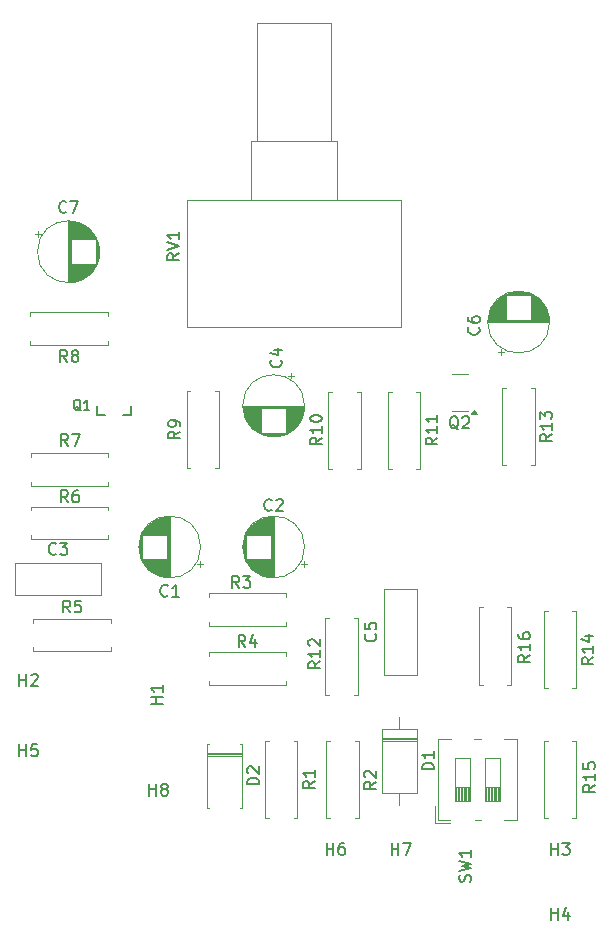
<source format=gbr>
%TF.GenerationSoftware,KiCad,Pcbnew,8.0.7-1.fc41*%
%TF.CreationDate,2025-01-30T18:34:33-08:00*%
%TF.ProjectId,EP-Booster,45502d42-6f6f-4737-9465-722e6b696361,rev?*%
%TF.SameCoordinates,Original*%
%TF.FileFunction,Legend,Top*%
%TF.FilePolarity,Positive*%
%FSLAX46Y46*%
G04 Gerber Fmt 4.6, Leading zero omitted, Abs format (unit mm)*
G04 Created by KiCad (PCBNEW 8.0.7-1.fc41) date 2025-01-30 18:34:33*
%MOMM*%
%LPD*%
G01*
G04 APERTURE LIST*
%ADD10C,0.150000*%
%ADD11C,0.120000*%
%ADD12C,0.203200*%
G04 APERTURE END LIST*
D10*
X120238095Y-80254819D02*
X120238095Y-79254819D01*
X120238095Y-79731009D02*
X120809523Y-79731009D01*
X120809523Y-80254819D02*
X120809523Y-79254819D01*
X121238095Y-79350057D02*
X121285714Y-79302438D01*
X121285714Y-79302438D02*
X121380952Y-79254819D01*
X121380952Y-79254819D02*
X121619047Y-79254819D01*
X121619047Y-79254819D02*
X121714285Y-79302438D01*
X121714285Y-79302438D02*
X121761904Y-79350057D01*
X121761904Y-79350057D02*
X121809523Y-79445295D01*
X121809523Y-79445295D02*
X121809523Y-79540533D01*
X121809523Y-79540533D02*
X121761904Y-79683390D01*
X121761904Y-79683390D02*
X121190476Y-80254819D01*
X121190476Y-80254819D02*
X121809523Y-80254819D01*
X165238095Y-94554819D02*
X165238095Y-93554819D01*
X165238095Y-94031009D02*
X165809523Y-94031009D01*
X165809523Y-94554819D02*
X165809523Y-93554819D01*
X166190476Y-93554819D02*
X166809523Y-93554819D01*
X166809523Y-93554819D02*
X166476190Y-93935771D01*
X166476190Y-93935771D02*
X166619047Y-93935771D01*
X166619047Y-93935771D02*
X166714285Y-93983390D01*
X166714285Y-93983390D02*
X166761904Y-94031009D01*
X166761904Y-94031009D02*
X166809523Y-94126247D01*
X166809523Y-94126247D02*
X166809523Y-94364342D01*
X166809523Y-94364342D02*
X166761904Y-94459580D01*
X166761904Y-94459580D02*
X166714285Y-94507200D01*
X166714285Y-94507200D02*
X166619047Y-94554819D01*
X166619047Y-94554819D02*
X166333333Y-94554819D01*
X166333333Y-94554819D02*
X166238095Y-94507200D01*
X166238095Y-94507200D02*
X166190476Y-94459580D01*
X157404761Y-58550057D02*
X157309523Y-58502438D01*
X157309523Y-58502438D02*
X157214285Y-58407200D01*
X157214285Y-58407200D02*
X157071428Y-58264342D01*
X157071428Y-58264342D02*
X156976190Y-58216723D01*
X156976190Y-58216723D02*
X156880952Y-58216723D01*
X156928571Y-58454819D02*
X156833333Y-58407200D01*
X156833333Y-58407200D02*
X156738095Y-58311961D01*
X156738095Y-58311961D02*
X156690476Y-58121485D01*
X156690476Y-58121485D02*
X156690476Y-57788152D01*
X156690476Y-57788152D02*
X156738095Y-57597676D01*
X156738095Y-57597676D02*
X156833333Y-57502438D01*
X156833333Y-57502438D02*
X156928571Y-57454819D01*
X156928571Y-57454819D02*
X157119047Y-57454819D01*
X157119047Y-57454819D02*
X157214285Y-57502438D01*
X157214285Y-57502438D02*
X157309523Y-57597676D01*
X157309523Y-57597676D02*
X157357142Y-57788152D01*
X157357142Y-57788152D02*
X157357142Y-58121485D01*
X157357142Y-58121485D02*
X157309523Y-58311961D01*
X157309523Y-58311961D02*
X157214285Y-58407200D01*
X157214285Y-58407200D02*
X157119047Y-58454819D01*
X157119047Y-58454819D02*
X156928571Y-58454819D01*
X157738095Y-57550057D02*
X157785714Y-57502438D01*
X157785714Y-57502438D02*
X157880952Y-57454819D01*
X157880952Y-57454819D02*
X158119047Y-57454819D01*
X158119047Y-57454819D02*
X158214285Y-57502438D01*
X158214285Y-57502438D02*
X158261904Y-57550057D01*
X158261904Y-57550057D02*
X158309523Y-57645295D01*
X158309523Y-57645295D02*
X158309523Y-57740533D01*
X158309523Y-57740533D02*
X158261904Y-57883390D01*
X158261904Y-57883390D02*
X157690476Y-58454819D01*
X157690476Y-58454819D02*
X158309523Y-58454819D01*
X131238095Y-89554819D02*
X131238095Y-88554819D01*
X131238095Y-89031009D02*
X131809523Y-89031009D01*
X131809523Y-89554819D02*
X131809523Y-88554819D01*
X132428571Y-88983390D02*
X132333333Y-88935771D01*
X132333333Y-88935771D02*
X132285714Y-88888152D01*
X132285714Y-88888152D02*
X132238095Y-88792914D01*
X132238095Y-88792914D02*
X132238095Y-88745295D01*
X132238095Y-88745295D02*
X132285714Y-88650057D01*
X132285714Y-88650057D02*
X132333333Y-88602438D01*
X132333333Y-88602438D02*
X132428571Y-88554819D01*
X132428571Y-88554819D02*
X132619047Y-88554819D01*
X132619047Y-88554819D02*
X132714285Y-88602438D01*
X132714285Y-88602438D02*
X132761904Y-88650057D01*
X132761904Y-88650057D02*
X132809523Y-88745295D01*
X132809523Y-88745295D02*
X132809523Y-88792914D01*
X132809523Y-88792914D02*
X132761904Y-88888152D01*
X132761904Y-88888152D02*
X132714285Y-88935771D01*
X132714285Y-88935771D02*
X132619047Y-88983390D01*
X132619047Y-88983390D02*
X132428571Y-88983390D01*
X132428571Y-88983390D02*
X132333333Y-89031009D01*
X132333333Y-89031009D02*
X132285714Y-89078628D01*
X132285714Y-89078628D02*
X132238095Y-89173866D01*
X132238095Y-89173866D02*
X132238095Y-89364342D01*
X132238095Y-89364342D02*
X132285714Y-89459580D01*
X132285714Y-89459580D02*
X132333333Y-89507200D01*
X132333333Y-89507200D02*
X132428571Y-89554819D01*
X132428571Y-89554819D02*
X132619047Y-89554819D01*
X132619047Y-89554819D02*
X132714285Y-89507200D01*
X132714285Y-89507200D02*
X132761904Y-89459580D01*
X132761904Y-89459580D02*
X132809523Y-89364342D01*
X132809523Y-89364342D02*
X132809523Y-89173866D01*
X132809523Y-89173866D02*
X132761904Y-89078628D01*
X132761904Y-89078628D02*
X132714285Y-89031009D01*
X132714285Y-89031009D02*
X132619047Y-88983390D01*
X168824819Y-77842857D02*
X168348628Y-78176190D01*
X168824819Y-78414285D02*
X167824819Y-78414285D01*
X167824819Y-78414285D02*
X167824819Y-78033333D01*
X167824819Y-78033333D02*
X167872438Y-77938095D01*
X167872438Y-77938095D02*
X167920057Y-77890476D01*
X167920057Y-77890476D02*
X168015295Y-77842857D01*
X168015295Y-77842857D02*
X168158152Y-77842857D01*
X168158152Y-77842857D02*
X168253390Y-77890476D01*
X168253390Y-77890476D02*
X168301009Y-77938095D01*
X168301009Y-77938095D02*
X168348628Y-78033333D01*
X168348628Y-78033333D02*
X168348628Y-78414285D01*
X168824819Y-76890476D02*
X168824819Y-77461904D01*
X168824819Y-77176190D02*
X167824819Y-77176190D01*
X167824819Y-77176190D02*
X167967676Y-77271428D01*
X167967676Y-77271428D02*
X168062914Y-77366666D01*
X168062914Y-77366666D02*
X168110533Y-77461904D01*
X168158152Y-76033333D02*
X168824819Y-76033333D01*
X167777200Y-76271428D02*
X168491485Y-76509523D01*
X168491485Y-76509523D02*
X168491485Y-75890476D01*
X123333333Y-69059580D02*
X123285714Y-69107200D01*
X123285714Y-69107200D02*
X123142857Y-69154819D01*
X123142857Y-69154819D02*
X123047619Y-69154819D01*
X123047619Y-69154819D02*
X122904762Y-69107200D01*
X122904762Y-69107200D02*
X122809524Y-69011961D01*
X122809524Y-69011961D02*
X122761905Y-68916723D01*
X122761905Y-68916723D02*
X122714286Y-68726247D01*
X122714286Y-68726247D02*
X122714286Y-68583390D01*
X122714286Y-68583390D02*
X122761905Y-68392914D01*
X122761905Y-68392914D02*
X122809524Y-68297676D01*
X122809524Y-68297676D02*
X122904762Y-68202438D01*
X122904762Y-68202438D02*
X123047619Y-68154819D01*
X123047619Y-68154819D02*
X123142857Y-68154819D01*
X123142857Y-68154819D02*
X123285714Y-68202438D01*
X123285714Y-68202438D02*
X123333333Y-68250057D01*
X123666667Y-68154819D02*
X124285714Y-68154819D01*
X124285714Y-68154819D02*
X123952381Y-68535771D01*
X123952381Y-68535771D02*
X124095238Y-68535771D01*
X124095238Y-68535771D02*
X124190476Y-68583390D01*
X124190476Y-68583390D02*
X124238095Y-68631009D01*
X124238095Y-68631009D02*
X124285714Y-68726247D01*
X124285714Y-68726247D02*
X124285714Y-68964342D01*
X124285714Y-68964342D02*
X124238095Y-69059580D01*
X124238095Y-69059580D02*
X124190476Y-69107200D01*
X124190476Y-69107200D02*
X124095238Y-69154819D01*
X124095238Y-69154819D02*
X123809524Y-69154819D01*
X123809524Y-69154819D02*
X123714286Y-69107200D01*
X123714286Y-69107200D02*
X123666667Y-69059580D01*
X132354819Y-81761904D02*
X131354819Y-81761904D01*
X131831009Y-81761904D02*
X131831009Y-81190476D01*
X132354819Y-81190476D02*
X131354819Y-81190476D01*
X132354819Y-80190476D02*
X132354819Y-80761904D01*
X132354819Y-80476190D02*
X131354819Y-80476190D01*
X131354819Y-80476190D02*
X131497676Y-80571428D01*
X131497676Y-80571428D02*
X131592914Y-80666666D01*
X131592914Y-80666666D02*
X131640533Y-80761904D01*
X124333333Y-64704819D02*
X124000000Y-64228628D01*
X123761905Y-64704819D02*
X123761905Y-63704819D01*
X123761905Y-63704819D02*
X124142857Y-63704819D01*
X124142857Y-63704819D02*
X124238095Y-63752438D01*
X124238095Y-63752438D02*
X124285714Y-63800057D01*
X124285714Y-63800057D02*
X124333333Y-63895295D01*
X124333333Y-63895295D02*
X124333333Y-64038152D01*
X124333333Y-64038152D02*
X124285714Y-64133390D01*
X124285714Y-64133390D02*
X124238095Y-64181009D01*
X124238095Y-64181009D02*
X124142857Y-64228628D01*
X124142857Y-64228628D02*
X123761905Y-64228628D01*
X125190476Y-63704819D02*
X125000000Y-63704819D01*
X125000000Y-63704819D02*
X124904762Y-63752438D01*
X124904762Y-63752438D02*
X124857143Y-63800057D01*
X124857143Y-63800057D02*
X124761905Y-63942914D01*
X124761905Y-63942914D02*
X124714286Y-64133390D01*
X124714286Y-64133390D02*
X124714286Y-64514342D01*
X124714286Y-64514342D02*
X124761905Y-64609580D01*
X124761905Y-64609580D02*
X124809524Y-64657200D01*
X124809524Y-64657200D02*
X124904762Y-64704819D01*
X124904762Y-64704819D02*
X125095238Y-64704819D01*
X125095238Y-64704819D02*
X125190476Y-64657200D01*
X125190476Y-64657200D02*
X125238095Y-64609580D01*
X125238095Y-64609580D02*
X125285714Y-64514342D01*
X125285714Y-64514342D02*
X125285714Y-64276247D01*
X125285714Y-64276247D02*
X125238095Y-64181009D01*
X125238095Y-64181009D02*
X125190476Y-64133390D01*
X125190476Y-64133390D02*
X125095238Y-64085771D01*
X125095238Y-64085771D02*
X124904762Y-64085771D01*
X124904762Y-64085771D02*
X124809524Y-64133390D01*
X124809524Y-64133390D02*
X124761905Y-64181009D01*
X124761905Y-64181009D02*
X124714286Y-64276247D01*
X150424819Y-88386666D02*
X149948628Y-88719999D01*
X150424819Y-88958094D02*
X149424819Y-88958094D01*
X149424819Y-88958094D02*
X149424819Y-88577142D01*
X149424819Y-88577142D02*
X149472438Y-88481904D01*
X149472438Y-88481904D02*
X149520057Y-88434285D01*
X149520057Y-88434285D02*
X149615295Y-88386666D01*
X149615295Y-88386666D02*
X149758152Y-88386666D01*
X149758152Y-88386666D02*
X149853390Y-88434285D01*
X149853390Y-88434285D02*
X149901009Y-88481904D01*
X149901009Y-88481904D02*
X149948628Y-88577142D01*
X149948628Y-88577142D02*
X149948628Y-88958094D01*
X149520057Y-88005713D02*
X149472438Y-87958094D01*
X149472438Y-87958094D02*
X149424819Y-87862856D01*
X149424819Y-87862856D02*
X149424819Y-87624761D01*
X149424819Y-87624761D02*
X149472438Y-87529523D01*
X149472438Y-87529523D02*
X149520057Y-87481904D01*
X149520057Y-87481904D02*
X149615295Y-87434285D01*
X149615295Y-87434285D02*
X149710533Y-87434285D01*
X149710533Y-87434285D02*
X149853390Y-87481904D01*
X149853390Y-87481904D02*
X150424819Y-88053332D01*
X150424819Y-88053332D02*
X150424819Y-87434285D01*
X140524819Y-88608094D02*
X139524819Y-88608094D01*
X139524819Y-88608094D02*
X139524819Y-88369999D01*
X139524819Y-88369999D02*
X139572438Y-88227142D01*
X139572438Y-88227142D02*
X139667676Y-88131904D01*
X139667676Y-88131904D02*
X139762914Y-88084285D01*
X139762914Y-88084285D02*
X139953390Y-88036666D01*
X139953390Y-88036666D02*
X140096247Y-88036666D01*
X140096247Y-88036666D02*
X140286723Y-88084285D01*
X140286723Y-88084285D02*
X140381961Y-88131904D01*
X140381961Y-88131904D02*
X140477200Y-88227142D01*
X140477200Y-88227142D02*
X140524819Y-88369999D01*
X140524819Y-88369999D02*
X140524819Y-88608094D01*
X139620057Y-87655713D02*
X139572438Y-87608094D01*
X139572438Y-87608094D02*
X139524819Y-87512856D01*
X139524819Y-87512856D02*
X139524819Y-87274761D01*
X139524819Y-87274761D02*
X139572438Y-87179523D01*
X139572438Y-87179523D02*
X139620057Y-87131904D01*
X139620057Y-87131904D02*
X139715295Y-87084285D01*
X139715295Y-87084285D02*
X139810533Y-87084285D01*
X139810533Y-87084285D02*
X139953390Y-87131904D01*
X139953390Y-87131904D02*
X140524819Y-87703332D01*
X140524819Y-87703332D02*
X140524819Y-87084285D01*
X168954819Y-88642857D02*
X168478628Y-88976190D01*
X168954819Y-89214285D02*
X167954819Y-89214285D01*
X167954819Y-89214285D02*
X167954819Y-88833333D01*
X167954819Y-88833333D02*
X168002438Y-88738095D01*
X168002438Y-88738095D02*
X168050057Y-88690476D01*
X168050057Y-88690476D02*
X168145295Y-88642857D01*
X168145295Y-88642857D02*
X168288152Y-88642857D01*
X168288152Y-88642857D02*
X168383390Y-88690476D01*
X168383390Y-88690476D02*
X168431009Y-88738095D01*
X168431009Y-88738095D02*
X168478628Y-88833333D01*
X168478628Y-88833333D02*
X168478628Y-89214285D01*
X168954819Y-87690476D02*
X168954819Y-88261904D01*
X168954819Y-87976190D02*
X167954819Y-87976190D01*
X167954819Y-87976190D02*
X168097676Y-88071428D01*
X168097676Y-88071428D02*
X168192914Y-88166666D01*
X168192914Y-88166666D02*
X168240533Y-88261904D01*
X167954819Y-86785714D02*
X167954819Y-87261904D01*
X167954819Y-87261904D02*
X168431009Y-87309523D01*
X168431009Y-87309523D02*
X168383390Y-87261904D01*
X168383390Y-87261904D02*
X168335771Y-87166666D01*
X168335771Y-87166666D02*
X168335771Y-86928571D01*
X168335771Y-86928571D02*
X168383390Y-86833333D01*
X168383390Y-86833333D02*
X168431009Y-86785714D01*
X168431009Y-86785714D02*
X168526247Y-86738095D01*
X168526247Y-86738095D02*
X168764342Y-86738095D01*
X168764342Y-86738095D02*
X168859580Y-86785714D01*
X168859580Y-86785714D02*
X168907200Y-86833333D01*
X168907200Y-86833333D02*
X168954819Y-86928571D01*
X168954819Y-86928571D02*
X168954819Y-87166666D01*
X168954819Y-87166666D02*
X168907200Y-87261904D01*
X168907200Y-87261904D02*
X168859580Y-87309523D01*
X141583333Y-65359580D02*
X141535714Y-65407200D01*
X141535714Y-65407200D02*
X141392857Y-65454819D01*
X141392857Y-65454819D02*
X141297619Y-65454819D01*
X141297619Y-65454819D02*
X141154762Y-65407200D01*
X141154762Y-65407200D02*
X141059524Y-65311961D01*
X141059524Y-65311961D02*
X141011905Y-65216723D01*
X141011905Y-65216723D02*
X140964286Y-65026247D01*
X140964286Y-65026247D02*
X140964286Y-64883390D01*
X140964286Y-64883390D02*
X141011905Y-64692914D01*
X141011905Y-64692914D02*
X141059524Y-64597676D01*
X141059524Y-64597676D02*
X141154762Y-64502438D01*
X141154762Y-64502438D02*
X141297619Y-64454819D01*
X141297619Y-64454819D02*
X141392857Y-64454819D01*
X141392857Y-64454819D02*
X141535714Y-64502438D01*
X141535714Y-64502438D02*
X141583333Y-64550057D01*
X141964286Y-64550057D02*
X142011905Y-64502438D01*
X142011905Y-64502438D02*
X142107143Y-64454819D01*
X142107143Y-64454819D02*
X142345238Y-64454819D01*
X142345238Y-64454819D02*
X142440476Y-64502438D01*
X142440476Y-64502438D02*
X142488095Y-64550057D01*
X142488095Y-64550057D02*
X142535714Y-64645295D01*
X142535714Y-64645295D02*
X142535714Y-64740533D01*
X142535714Y-64740533D02*
X142488095Y-64883390D01*
X142488095Y-64883390D02*
X141916667Y-65454819D01*
X141916667Y-65454819D02*
X142535714Y-65454819D01*
X120238095Y-86204819D02*
X120238095Y-85204819D01*
X120238095Y-85681009D02*
X120809523Y-85681009D01*
X120809523Y-86204819D02*
X120809523Y-85204819D01*
X121761904Y-85204819D02*
X121285714Y-85204819D01*
X121285714Y-85204819D02*
X121238095Y-85681009D01*
X121238095Y-85681009D02*
X121285714Y-85633390D01*
X121285714Y-85633390D02*
X121380952Y-85585771D01*
X121380952Y-85585771D02*
X121619047Y-85585771D01*
X121619047Y-85585771D02*
X121714285Y-85633390D01*
X121714285Y-85633390D02*
X121761904Y-85681009D01*
X121761904Y-85681009D02*
X121809523Y-85776247D01*
X121809523Y-85776247D02*
X121809523Y-86014342D01*
X121809523Y-86014342D02*
X121761904Y-86109580D01*
X121761904Y-86109580D02*
X121714285Y-86157200D01*
X121714285Y-86157200D02*
X121619047Y-86204819D01*
X121619047Y-86204819D02*
X121380952Y-86204819D01*
X121380952Y-86204819D02*
X121285714Y-86157200D01*
X121285714Y-86157200D02*
X121238095Y-86109580D01*
X151738095Y-94554819D02*
X151738095Y-93554819D01*
X151738095Y-94031009D02*
X152309523Y-94031009D01*
X152309523Y-94554819D02*
X152309523Y-93554819D01*
X152690476Y-93554819D02*
X153357142Y-93554819D01*
X153357142Y-93554819D02*
X152928571Y-94554819D01*
X145704819Y-78192857D02*
X145228628Y-78526190D01*
X145704819Y-78764285D02*
X144704819Y-78764285D01*
X144704819Y-78764285D02*
X144704819Y-78383333D01*
X144704819Y-78383333D02*
X144752438Y-78288095D01*
X144752438Y-78288095D02*
X144800057Y-78240476D01*
X144800057Y-78240476D02*
X144895295Y-78192857D01*
X144895295Y-78192857D02*
X145038152Y-78192857D01*
X145038152Y-78192857D02*
X145133390Y-78240476D01*
X145133390Y-78240476D02*
X145181009Y-78288095D01*
X145181009Y-78288095D02*
X145228628Y-78383333D01*
X145228628Y-78383333D02*
X145228628Y-78764285D01*
X145704819Y-77240476D02*
X145704819Y-77811904D01*
X145704819Y-77526190D02*
X144704819Y-77526190D01*
X144704819Y-77526190D02*
X144847676Y-77621428D01*
X144847676Y-77621428D02*
X144942914Y-77716666D01*
X144942914Y-77716666D02*
X144990533Y-77811904D01*
X144800057Y-76859523D02*
X144752438Y-76811904D01*
X144752438Y-76811904D02*
X144704819Y-76716666D01*
X144704819Y-76716666D02*
X144704819Y-76478571D01*
X144704819Y-76478571D02*
X144752438Y-76383333D01*
X144752438Y-76383333D02*
X144800057Y-76335714D01*
X144800057Y-76335714D02*
X144895295Y-76288095D01*
X144895295Y-76288095D02*
X144990533Y-76288095D01*
X144990533Y-76288095D02*
X145133390Y-76335714D01*
X145133390Y-76335714D02*
X145704819Y-76907142D01*
X145704819Y-76907142D02*
X145704819Y-76288095D01*
X165324819Y-58952857D02*
X164848628Y-59286190D01*
X165324819Y-59524285D02*
X164324819Y-59524285D01*
X164324819Y-59524285D02*
X164324819Y-59143333D01*
X164324819Y-59143333D02*
X164372438Y-59048095D01*
X164372438Y-59048095D02*
X164420057Y-59000476D01*
X164420057Y-59000476D02*
X164515295Y-58952857D01*
X164515295Y-58952857D02*
X164658152Y-58952857D01*
X164658152Y-58952857D02*
X164753390Y-59000476D01*
X164753390Y-59000476D02*
X164801009Y-59048095D01*
X164801009Y-59048095D02*
X164848628Y-59143333D01*
X164848628Y-59143333D02*
X164848628Y-59524285D01*
X165324819Y-58000476D02*
X165324819Y-58571904D01*
X165324819Y-58286190D02*
X164324819Y-58286190D01*
X164324819Y-58286190D02*
X164467676Y-58381428D01*
X164467676Y-58381428D02*
X164562914Y-58476666D01*
X164562914Y-58476666D02*
X164610533Y-58571904D01*
X164324819Y-57667142D02*
X164324819Y-57048095D01*
X164324819Y-57048095D02*
X164705771Y-57381428D01*
X164705771Y-57381428D02*
X164705771Y-57238571D01*
X164705771Y-57238571D02*
X164753390Y-57143333D01*
X164753390Y-57143333D02*
X164801009Y-57095714D01*
X164801009Y-57095714D02*
X164896247Y-57048095D01*
X164896247Y-57048095D02*
X165134342Y-57048095D01*
X165134342Y-57048095D02*
X165229580Y-57095714D01*
X165229580Y-57095714D02*
X165277200Y-57143333D01*
X165277200Y-57143333D02*
X165324819Y-57238571D01*
X165324819Y-57238571D02*
X165324819Y-57524285D01*
X165324819Y-57524285D02*
X165277200Y-57619523D01*
X165277200Y-57619523D02*
X165229580Y-57667142D01*
X138833333Y-71954819D02*
X138500000Y-71478628D01*
X138261905Y-71954819D02*
X138261905Y-70954819D01*
X138261905Y-70954819D02*
X138642857Y-70954819D01*
X138642857Y-70954819D02*
X138738095Y-71002438D01*
X138738095Y-71002438D02*
X138785714Y-71050057D01*
X138785714Y-71050057D02*
X138833333Y-71145295D01*
X138833333Y-71145295D02*
X138833333Y-71288152D01*
X138833333Y-71288152D02*
X138785714Y-71383390D01*
X138785714Y-71383390D02*
X138738095Y-71431009D01*
X138738095Y-71431009D02*
X138642857Y-71478628D01*
X138642857Y-71478628D02*
X138261905Y-71478628D01*
X139166667Y-70954819D02*
X139785714Y-70954819D01*
X139785714Y-70954819D02*
X139452381Y-71335771D01*
X139452381Y-71335771D02*
X139595238Y-71335771D01*
X139595238Y-71335771D02*
X139690476Y-71383390D01*
X139690476Y-71383390D02*
X139738095Y-71431009D01*
X139738095Y-71431009D02*
X139785714Y-71526247D01*
X139785714Y-71526247D02*
X139785714Y-71764342D01*
X139785714Y-71764342D02*
X139738095Y-71859580D01*
X139738095Y-71859580D02*
X139690476Y-71907200D01*
X139690476Y-71907200D02*
X139595238Y-71954819D01*
X139595238Y-71954819D02*
X139309524Y-71954819D01*
X139309524Y-71954819D02*
X139214286Y-71907200D01*
X139214286Y-71907200D02*
X139166667Y-71859580D01*
X133834819Y-58726666D02*
X133358628Y-59059999D01*
X133834819Y-59298094D02*
X132834819Y-59298094D01*
X132834819Y-59298094D02*
X132834819Y-58917142D01*
X132834819Y-58917142D02*
X132882438Y-58821904D01*
X132882438Y-58821904D02*
X132930057Y-58774285D01*
X132930057Y-58774285D02*
X133025295Y-58726666D01*
X133025295Y-58726666D02*
X133168152Y-58726666D01*
X133168152Y-58726666D02*
X133263390Y-58774285D01*
X133263390Y-58774285D02*
X133311009Y-58821904D01*
X133311009Y-58821904D02*
X133358628Y-58917142D01*
X133358628Y-58917142D02*
X133358628Y-59298094D01*
X133834819Y-58250475D02*
X133834819Y-58059999D01*
X133834819Y-58059999D02*
X133787200Y-57964761D01*
X133787200Y-57964761D02*
X133739580Y-57917142D01*
X133739580Y-57917142D02*
X133596723Y-57821904D01*
X133596723Y-57821904D02*
X133406247Y-57774285D01*
X133406247Y-57774285D02*
X133025295Y-57774285D01*
X133025295Y-57774285D02*
X132930057Y-57821904D01*
X132930057Y-57821904D02*
X132882438Y-57869523D01*
X132882438Y-57869523D02*
X132834819Y-57964761D01*
X132834819Y-57964761D02*
X132834819Y-58155237D01*
X132834819Y-58155237D02*
X132882438Y-58250475D01*
X132882438Y-58250475D02*
X132930057Y-58298094D01*
X132930057Y-58298094D02*
X133025295Y-58345713D01*
X133025295Y-58345713D02*
X133263390Y-58345713D01*
X133263390Y-58345713D02*
X133358628Y-58298094D01*
X133358628Y-58298094D02*
X133406247Y-58250475D01*
X133406247Y-58250475D02*
X133453866Y-58155237D01*
X133453866Y-58155237D02*
X133453866Y-57964761D01*
X133453866Y-57964761D02*
X133406247Y-57869523D01*
X133406247Y-57869523D02*
X133358628Y-57821904D01*
X133358628Y-57821904D02*
X133263390Y-57774285D01*
X145224819Y-88336666D02*
X144748628Y-88669999D01*
X145224819Y-88908094D02*
X144224819Y-88908094D01*
X144224819Y-88908094D02*
X144224819Y-88527142D01*
X144224819Y-88527142D02*
X144272438Y-88431904D01*
X144272438Y-88431904D02*
X144320057Y-88384285D01*
X144320057Y-88384285D02*
X144415295Y-88336666D01*
X144415295Y-88336666D02*
X144558152Y-88336666D01*
X144558152Y-88336666D02*
X144653390Y-88384285D01*
X144653390Y-88384285D02*
X144701009Y-88431904D01*
X144701009Y-88431904D02*
X144748628Y-88527142D01*
X144748628Y-88527142D02*
X144748628Y-88908094D01*
X145224819Y-87384285D02*
X145224819Y-87955713D01*
X145224819Y-87669999D02*
X144224819Y-87669999D01*
X144224819Y-87669999D02*
X144367676Y-87765237D01*
X144367676Y-87765237D02*
X144462914Y-87860475D01*
X144462914Y-87860475D02*
X144510533Y-87955713D01*
X158407200Y-96833332D02*
X158454819Y-96690475D01*
X158454819Y-96690475D02*
X158454819Y-96452380D01*
X158454819Y-96452380D02*
X158407200Y-96357142D01*
X158407200Y-96357142D02*
X158359580Y-96309523D01*
X158359580Y-96309523D02*
X158264342Y-96261904D01*
X158264342Y-96261904D02*
X158169104Y-96261904D01*
X158169104Y-96261904D02*
X158073866Y-96309523D01*
X158073866Y-96309523D02*
X158026247Y-96357142D01*
X158026247Y-96357142D02*
X157978628Y-96452380D01*
X157978628Y-96452380D02*
X157931009Y-96642856D01*
X157931009Y-96642856D02*
X157883390Y-96738094D01*
X157883390Y-96738094D02*
X157835771Y-96785713D01*
X157835771Y-96785713D02*
X157740533Y-96833332D01*
X157740533Y-96833332D02*
X157645295Y-96833332D01*
X157645295Y-96833332D02*
X157550057Y-96785713D01*
X157550057Y-96785713D02*
X157502438Y-96738094D01*
X157502438Y-96738094D02*
X157454819Y-96642856D01*
X157454819Y-96642856D02*
X157454819Y-96404761D01*
X157454819Y-96404761D02*
X157502438Y-96261904D01*
X157454819Y-95928570D02*
X158454819Y-95690475D01*
X158454819Y-95690475D02*
X157740533Y-95499999D01*
X157740533Y-95499999D02*
X158454819Y-95309523D01*
X158454819Y-95309523D02*
X157454819Y-95071428D01*
X158454819Y-94166666D02*
X158454819Y-94738094D01*
X158454819Y-94452380D02*
X157454819Y-94452380D01*
X157454819Y-94452380D02*
X157597676Y-94547618D01*
X157597676Y-94547618D02*
X157692914Y-94642856D01*
X157692914Y-94642856D02*
X157740533Y-94738094D01*
X142359580Y-52666666D02*
X142407200Y-52714285D01*
X142407200Y-52714285D02*
X142454819Y-52857142D01*
X142454819Y-52857142D02*
X142454819Y-52952380D01*
X142454819Y-52952380D02*
X142407200Y-53095237D01*
X142407200Y-53095237D02*
X142311961Y-53190475D01*
X142311961Y-53190475D02*
X142216723Y-53238094D01*
X142216723Y-53238094D02*
X142026247Y-53285713D01*
X142026247Y-53285713D02*
X141883390Y-53285713D01*
X141883390Y-53285713D02*
X141692914Y-53238094D01*
X141692914Y-53238094D02*
X141597676Y-53190475D01*
X141597676Y-53190475D02*
X141502438Y-53095237D01*
X141502438Y-53095237D02*
X141454819Y-52952380D01*
X141454819Y-52952380D02*
X141454819Y-52857142D01*
X141454819Y-52857142D02*
X141502438Y-52714285D01*
X141502438Y-52714285D02*
X141550057Y-52666666D01*
X141788152Y-51809523D02*
X142454819Y-51809523D01*
X141407200Y-52047618D02*
X142121485Y-52285713D01*
X142121485Y-52285713D02*
X142121485Y-51666666D01*
X155624819Y-59252857D02*
X155148628Y-59586190D01*
X155624819Y-59824285D02*
X154624819Y-59824285D01*
X154624819Y-59824285D02*
X154624819Y-59443333D01*
X154624819Y-59443333D02*
X154672438Y-59348095D01*
X154672438Y-59348095D02*
X154720057Y-59300476D01*
X154720057Y-59300476D02*
X154815295Y-59252857D01*
X154815295Y-59252857D02*
X154958152Y-59252857D01*
X154958152Y-59252857D02*
X155053390Y-59300476D01*
X155053390Y-59300476D02*
X155101009Y-59348095D01*
X155101009Y-59348095D02*
X155148628Y-59443333D01*
X155148628Y-59443333D02*
X155148628Y-59824285D01*
X155624819Y-58300476D02*
X155624819Y-58871904D01*
X155624819Y-58586190D02*
X154624819Y-58586190D01*
X154624819Y-58586190D02*
X154767676Y-58681428D01*
X154767676Y-58681428D02*
X154862914Y-58776666D01*
X154862914Y-58776666D02*
X154910533Y-58871904D01*
X155624819Y-57348095D02*
X155624819Y-57919523D01*
X155624819Y-57633809D02*
X154624819Y-57633809D01*
X154624819Y-57633809D02*
X154767676Y-57729047D01*
X154767676Y-57729047D02*
X154862914Y-57824285D01*
X154862914Y-57824285D02*
X154910533Y-57919523D01*
X139363333Y-76954819D02*
X139030000Y-76478628D01*
X138791905Y-76954819D02*
X138791905Y-75954819D01*
X138791905Y-75954819D02*
X139172857Y-75954819D01*
X139172857Y-75954819D02*
X139268095Y-76002438D01*
X139268095Y-76002438D02*
X139315714Y-76050057D01*
X139315714Y-76050057D02*
X139363333Y-76145295D01*
X139363333Y-76145295D02*
X139363333Y-76288152D01*
X139363333Y-76288152D02*
X139315714Y-76383390D01*
X139315714Y-76383390D02*
X139268095Y-76431009D01*
X139268095Y-76431009D02*
X139172857Y-76478628D01*
X139172857Y-76478628D02*
X138791905Y-76478628D01*
X140220476Y-76288152D02*
X140220476Y-76954819D01*
X139982381Y-75907200D02*
X139744286Y-76621485D01*
X139744286Y-76621485D02*
X140363333Y-76621485D01*
X125423724Y-56938982D02*
X125347449Y-56900845D01*
X125347449Y-56900845D02*
X125271174Y-56824570D01*
X125271174Y-56824570D02*
X125156761Y-56710157D01*
X125156761Y-56710157D02*
X125080486Y-56672019D01*
X125080486Y-56672019D02*
X125004210Y-56672019D01*
X125042348Y-56862707D02*
X124966073Y-56824570D01*
X124966073Y-56824570D02*
X124889798Y-56748294D01*
X124889798Y-56748294D02*
X124851660Y-56595744D01*
X124851660Y-56595744D02*
X124851660Y-56328780D01*
X124851660Y-56328780D02*
X124889798Y-56176230D01*
X124889798Y-56176230D02*
X124966073Y-56099955D01*
X124966073Y-56099955D02*
X125042348Y-56061817D01*
X125042348Y-56061817D02*
X125194899Y-56061817D01*
X125194899Y-56061817D02*
X125271174Y-56099955D01*
X125271174Y-56099955D02*
X125347449Y-56176230D01*
X125347449Y-56176230D02*
X125385587Y-56328780D01*
X125385587Y-56328780D02*
X125385587Y-56595744D01*
X125385587Y-56595744D02*
X125347449Y-56748294D01*
X125347449Y-56748294D02*
X125271174Y-56824570D01*
X125271174Y-56824570D02*
X125194899Y-56862707D01*
X125194899Y-56862707D02*
X125042348Y-56862707D01*
X126148339Y-56862707D02*
X125690688Y-56862707D01*
X125919514Y-56862707D02*
X125919514Y-56061817D01*
X125919514Y-56061817D02*
X125843238Y-56176230D01*
X125843238Y-56176230D02*
X125766963Y-56252505D01*
X125766963Y-56252505D02*
X125690688Y-56290643D01*
X124213333Y-40109580D02*
X124165714Y-40157200D01*
X124165714Y-40157200D02*
X124022857Y-40204819D01*
X124022857Y-40204819D02*
X123927619Y-40204819D01*
X123927619Y-40204819D02*
X123784762Y-40157200D01*
X123784762Y-40157200D02*
X123689524Y-40061961D01*
X123689524Y-40061961D02*
X123641905Y-39966723D01*
X123641905Y-39966723D02*
X123594286Y-39776247D01*
X123594286Y-39776247D02*
X123594286Y-39633390D01*
X123594286Y-39633390D02*
X123641905Y-39442914D01*
X123641905Y-39442914D02*
X123689524Y-39347676D01*
X123689524Y-39347676D02*
X123784762Y-39252438D01*
X123784762Y-39252438D02*
X123927619Y-39204819D01*
X123927619Y-39204819D02*
X124022857Y-39204819D01*
X124022857Y-39204819D02*
X124165714Y-39252438D01*
X124165714Y-39252438D02*
X124213333Y-39300057D01*
X124546667Y-39204819D02*
X125213333Y-39204819D01*
X125213333Y-39204819D02*
X124784762Y-40204819D01*
X145838151Y-59252857D02*
X145361960Y-59586190D01*
X145838151Y-59824285D02*
X144838151Y-59824285D01*
X144838151Y-59824285D02*
X144838151Y-59443333D01*
X144838151Y-59443333D02*
X144885770Y-59348095D01*
X144885770Y-59348095D02*
X144933389Y-59300476D01*
X144933389Y-59300476D02*
X145028627Y-59252857D01*
X145028627Y-59252857D02*
X145171484Y-59252857D01*
X145171484Y-59252857D02*
X145266722Y-59300476D01*
X145266722Y-59300476D02*
X145314341Y-59348095D01*
X145314341Y-59348095D02*
X145361960Y-59443333D01*
X145361960Y-59443333D02*
X145361960Y-59824285D01*
X145838151Y-58300476D02*
X145838151Y-58871904D01*
X145838151Y-58586190D02*
X144838151Y-58586190D01*
X144838151Y-58586190D02*
X144981008Y-58681428D01*
X144981008Y-58681428D02*
X145076246Y-58776666D01*
X145076246Y-58776666D02*
X145123865Y-58871904D01*
X144838151Y-57681428D02*
X144838151Y-57586190D01*
X144838151Y-57586190D02*
X144885770Y-57490952D01*
X144885770Y-57490952D02*
X144933389Y-57443333D01*
X144933389Y-57443333D02*
X145028627Y-57395714D01*
X145028627Y-57395714D02*
X145219103Y-57348095D01*
X145219103Y-57348095D02*
X145457198Y-57348095D01*
X145457198Y-57348095D02*
X145647674Y-57395714D01*
X145647674Y-57395714D02*
X145742912Y-57443333D01*
X145742912Y-57443333D02*
X145790532Y-57490952D01*
X145790532Y-57490952D02*
X145838151Y-57586190D01*
X145838151Y-57586190D02*
X145838151Y-57681428D01*
X145838151Y-57681428D02*
X145790532Y-57776666D01*
X145790532Y-57776666D02*
X145742912Y-57824285D01*
X145742912Y-57824285D02*
X145647674Y-57871904D01*
X145647674Y-57871904D02*
X145457198Y-57919523D01*
X145457198Y-57919523D02*
X145219103Y-57919523D01*
X145219103Y-57919523D02*
X145028627Y-57871904D01*
X145028627Y-57871904D02*
X144933389Y-57824285D01*
X144933389Y-57824285D02*
X144885770Y-57776666D01*
X144885770Y-57776666D02*
X144838151Y-57681428D01*
X124273333Y-52824819D02*
X123940000Y-52348628D01*
X123701905Y-52824819D02*
X123701905Y-51824819D01*
X123701905Y-51824819D02*
X124082857Y-51824819D01*
X124082857Y-51824819D02*
X124178095Y-51872438D01*
X124178095Y-51872438D02*
X124225714Y-51920057D01*
X124225714Y-51920057D02*
X124273333Y-52015295D01*
X124273333Y-52015295D02*
X124273333Y-52158152D01*
X124273333Y-52158152D02*
X124225714Y-52253390D01*
X124225714Y-52253390D02*
X124178095Y-52301009D01*
X124178095Y-52301009D02*
X124082857Y-52348628D01*
X124082857Y-52348628D02*
X123701905Y-52348628D01*
X124844762Y-52253390D02*
X124749524Y-52205771D01*
X124749524Y-52205771D02*
X124701905Y-52158152D01*
X124701905Y-52158152D02*
X124654286Y-52062914D01*
X124654286Y-52062914D02*
X124654286Y-52015295D01*
X124654286Y-52015295D02*
X124701905Y-51920057D01*
X124701905Y-51920057D02*
X124749524Y-51872438D01*
X124749524Y-51872438D02*
X124844762Y-51824819D01*
X124844762Y-51824819D02*
X125035238Y-51824819D01*
X125035238Y-51824819D02*
X125130476Y-51872438D01*
X125130476Y-51872438D02*
X125178095Y-51920057D01*
X125178095Y-51920057D02*
X125225714Y-52015295D01*
X125225714Y-52015295D02*
X125225714Y-52062914D01*
X125225714Y-52062914D02*
X125178095Y-52158152D01*
X125178095Y-52158152D02*
X125130476Y-52205771D01*
X125130476Y-52205771D02*
X125035238Y-52253390D01*
X125035238Y-52253390D02*
X124844762Y-52253390D01*
X124844762Y-52253390D02*
X124749524Y-52301009D01*
X124749524Y-52301009D02*
X124701905Y-52348628D01*
X124701905Y-52348628D02*
X124654286Y-52443866D01*
X124654286Y-52443866D02*
X124654286Y-52634342D01*
X124654286Y-52634342D02*
X124701905Y-52729580D01*
X124701905Y-52729580D02*
X124749524Y-52777200D01*
X124749524Y-52777200D02*
X124844762Y-52824819D01*
X124844762Y-52824819D02*
X125035238Y-52824819D01*
X125035238Y-52824819D02*
X125130476Y-52777200D01*
X125130476Y-52777200D02*
X125178095Y-52729580D01*
X125178095Y-52729580D02*
X125225714Y-52634342D01*
X125225714Y-52634342D02*
X125225714Y-52443866D01*
X125225714Y-52443866D02*
X125178095Y-52348628D01*
X125178095Y-52348628D02*
X125130476Y-52301009D01*
X125130476Y-52301009D02*
X125035238Y-52253390D01*
X124523333Y-74034819D02*
X124190000Y-73558628D01*
X123951905Y-74034819D02*
X123951905Y-73034819D01*
X123951905Y-73034819D02*
X124332857Y-73034819D01*
X124332857Y-73034819D02*
X124428095Y-73082438D01*
X124428095Y-73082438D02*
X124475714Y-73130057D01*
X124475714Y-73130057D02*
X124523333Y-73225295D01*
X124523333Y-73225295D02*
X124523333Y-73368152D01*
X124523333Y-73368152D02*
X124475714Y-73463390D01*
X124475714Y-73463390D02*
X124428095Y-73511009D01*
X124428095Y-73511009D02*
X124332857Y-73558628D01*
X124332857Y-73558628D02*
X123951905Y-73558628D01*
X125428095Y-73034819D02*
X124951905Y-73034819D01*
X124951905Y-73034819D02*
X124904286Y-73511009D01*
X124904286Y-73511009D02*
X124951905Y-73463390D01*
X124951905Y-73463390D02*
X125047143Y-73415771D01*
X125047143Y-73415771D02*
X125285238Y-73415771D01*
X125285238Y-73415771D02*
X125380476Y-73463390D01*
X125380476Y-73463390D02*
X125428095Y-73511009D01*
X125428095Y-73511009D02*
X125475714Y-73606247D01*
X125475714Y-73606247D02*
X125475714Y-73844342D01*
X125475714Y-73844342D02*
X125428095Y-73939580D01*
X125428095Y-73939580D02*
X125380476Y-73987200D01*
X125380476Y-73987200D02*
X125285238Y-74034819D01*
X125285238Y-74034819D02*
X125047143Y-74034819D01*
X125047143Y-74034819D02*
X124951905Y-73987200D01*
X124951905Y-73987200D02*
X124904286Y-73939580D01*
X146238095Y-94554819D02*
X146238095Y-93554819D01*
X146238095Y-94031009D02*
X146809523Y-94031009D01*
X146809523Y-94554819D02*
X146809523Y-93554819D01*
X147714285Y-93554819D02*
X147523809Y-93554819D01*
X147523809Y-93554819D02*
X147428571Y-93602438D01*
X147428571Y-93602438D02*
X147380952Y-93650057D01*
X147380952Y-93650057D02*
X147285714Y-93792914D01*
X147285714Y-93792914D02*
X147238095Y-93983390D01*
X147238095Y-93983390D02*
X147238095Y-94364342D01*
X147238095Y-94364342D02*
X147285714Y-94459580D01*
X147285714Y-94459580D02*
X147333333Y-94507200D01*
X147333333Y-94507200D02*
X147428571Y-94554819D01*
X147428571Y-94554819D02*
X147619047Y-94554819D01*
X147619047Y-94554819D02*
X147714285Y-94507200D01*
X147714285Y-94507200D02*
X147761904Y-94459580D01*
X147761904Y-94459580D02*
X147809523Y-94364342D01*
X147809523Y-94364342D02*
X147809523Y-94126247D01*
X147809523Y-94126247D02*
X147761904Y-94031009D01*
X147761904Y-94031009D02*
X147714285Y-93983390D01*
X147714285Y-93983390D02*
X147619047Y-93935771D01*
X147619047Y-93935771D02*
X147428571Y-93935771D01*
X147428571Y-93935771D02*
X147333333Y-93983390D01*
X147333333Y-93983390D02*
X147285714Y-94031009D01*
X147285714Y-94031009D02*
X147238095Y-94126247D01*
X155324819Y-87338094D02*
X154324819Y-87338094D01*
X154324819Y-87338094D02*
X154324819Y-87099999D01*
X154324819Y-87099999D02*
X154372438Y-86957142D01*
X154372438Y-86957142D02*
X154467676Y-86861904D01*
X154467676Y-86861904D02*
X154562914Y-86814285D01*
X154562914Y-86814285D02*
X154753390Y-86766666D01*
X154753390Y-86766666D02*
X154896247Y-86766666D01*
X154896247Y-86766666D02*
X155086723Y-86814285D01*
X155086723Y-86814285D02*
X155181961Y-86861904D01*
X155181961Y-86861904D02*
X155277200Y-86957142D01*
X155277200Y-86957142D02*
X155324819Y-87099999D01*
X155324819Y-87099999D02*
X155324819Y-87338094D01*
X155324819Y-85814285D02*
X155324819Y-86385713D01*
X155324819Y-86099999D02*
X154324819Y-86099999D01*
X154324819Y-86099999D02*
X154467676Y-86195237D01*
X154467676Y-86195237D02*
X154562914Y-86290475D01*
X154562914Y-86290475D02*
X154610533Y-86385713D01*
X165238095Y-100054819D02*
X165238095Y-99054819D01*
X165238095Y-99531009D02*
X165809523Y-99531009D01*
X165809523Y-100054819D02*
X165809523Y-99054819D01*
X166714285Y-99388152D02*
X166714285Y-100054819D01*
X166476190Y-99007200D02*
X166238095Y-99721485D01*
X166238095Y-99721485D02*
X166857142Y-99721485D01*
X124333333Y-59954819D02*
X124000000Y-59478628D01*
X123761905Y-59954819D02*
X123761905Y-58954819D01*
X123761905Y-58954819D02*
X124142857Y-58954819D01*
X124142857Y-58954819D02*
X124238095Y-59002438D01*
X124238095Y-59002438D02*
X124285714Y-59050057D01*
X124285714Y-59050057D02*
X124333333Y-59145295D01*
X124333333Y-59145295D02*
X124333333Y-59288152D01*
X124333333Y-59288152D02*
X124285714Y-59383390D01*
X124285714Y-59383390D02*
X124238095Y-59431009D01*
X124238095Y-59431009D02*
X124142857Y-59478628D01*
X124142857Y-59478628D02*
X123761905Y-59478628D01*
X124666667Y-58954819D02*
X125333333Y-58954819D01*
X125333333Y-58954819D02*
X124904762Y-59954819D01*
X159109580Y-49901778D02*
X159157200Y-49949397D01*
X159157200Y-49949397D02*
X159204819Y-50092254D01*
X159204819Y-50092254D02*
X159204819Y-50187492D01*
X159204819Y-50187492D02*
X159157200Y-50330349D01*
X159157200Y-50330349D02*
X159061961Y-50425587D01*
X159061961Y-50425587D02*
X158966723Y-50473206D01*
X158966723Y-50473206D02*
X158776247Y-50520825D01*
X158776247Y-50520825D02*
X158633390Y-50520825D01*
X158633390Y-50520825D02*
X158442914Y-50473206D01*
X158442914Y-50473206D02*
X158347676Y-50425587D01*
X158347676Y-50425587D02*
X158252438Y-50330349D01*
X158252438Y-50330349D02*
X158204819Y-50187492D01*
X158204819Y-50187492D02*
X158204819Y-50092254D01*
X158204819Y-50092254D02*
X158252438Y-49949397D01*
X158252438Y-49949397D02*
X158300057Y-49901778D01*
X158204819Y-49044635D02*
X158204819Y-49235111D01*
X158204819Y-49235111D02*
X158252438Y-49330349D01*
X158252438Y-49330349D02*
X158300057Y-49377968D01*
X158300057Y-49377968D02*
X158442914Y-49473206D01*
X158442914Y-49473206D02*
X158633390Y-49520825D01*
X158633390Y-49520825D02*
X159014342Y-49520825D01*
X159014342Y-49520825D02*
X159109580Y-49473206D01*
X159109580Y-49473206D02*
X159157200Y-49425587D01*
X159157200Y-49425587D02*
X159204819Y-49330349D01*
X159204819Y-49330349D02*
X159204819Y-49139873D01*
X159204819Y-49139873D02*
X159157200Y-49044635D01*
X159157200Y-49044635D02*
X159109580Y-48997016D01*
X159109580Y-48997016D02*
X159014342Y-48949397D01*
X159014342Y-48949397D02*
X158776247Y-48949397D01*
X158776247Y-48949397D02*
X158681009Y-48997016D01*
X158681009Y-48997016D02*
X158633390Y-49044635D01*
X158633390Y-49044635D02*
X158585771Y-49139873D01*
X158585771Y-49139873D02*
X158585771Y-49330349D01*
X158585771Y-49330349D02*
X158633390Y-49425587D01*
X158633390Y-49425587D02*
X158681009Y-49473206D01*
X158681009Y-49473206D02*
X158776247Y-49520825D01*
X132788446Y-72609580D02*
X132740827Y-72657200D01*
X132740827Y-72657200D02*
X132597970Y-72704819D01*
X132597970Y-72704819D02*
X132502732Y-72704819D01*
X132502732Y-72704819D02*
X132359875Y-72657200D01*
X132359875Y-72657200D02*
X132264637Y-72561961D01*
X132264637Y-72561961D02*
X132217018Y-72466723D01*
X132217018Y-72466723D02*
X132169399Y-72276247D01*
X132169399Y-72276247D02*
X132169399Y-72133390D01*
X132169399Y-72133390D02*
X132217018Y-71942914D01*
X132217018Y-71942914D02*
X132264637Y-71847676D01*
X132264637Y-71847676D02*
X132359875Y-71752438D01*
X132359875Y-71752438D02*
X132502732Y-71704819D01*
X132502732Y-71704819D02*
X132597970Y-71704819D01*
X132597970Y-71704819D02*
X132740827Y-71752438D01*
X132740827Y-71752438D02*
X132788446Y-71800057D01*
X133740827Y-72704819D02*
X133169399Y-72704819D01*
X133455113Y-72704819D02*
X133455113Y-71704819D01*
X133455113Y-71704819D02*
X133359875Y-71847676D01*
X133359875Y-71847676D02*
X133264637Y-71942914D01*
X133264637Y-71942914D02*
X133169399Y-71990533D01*
X133754819Y-43645238D02*
X133278628Y-43978571D01*
X133754819Y-44216666D02*
X132754819Y-44216666D01*
X132754819Y-44216666D02*
X132754819Y-43835714D01*
X132754819Y-43835714D02*
X132802438Y-43740476D01*
X132802438Y-43740476D02*
X132850057Y-43692857D01*
X132850057Y-43692857D02*
X132945295Y-43645238D01*
X132945295Y-43645238D02*
X133088152Y-43645238D01*
X133088152Y-43645238D02*
X133183390Y-43692857D01*
X133183390Y-43692857D02*
X133231009Y-43740476D01*
X133231009Y-43740476D02*
X133278628Y-43835714D01*
X133278628Y-43835714D02*
X133278628Y-44216666D01*
X132754819Y-43359523D02*
X133754819Y-43026190D01*
X133754819Y-43026190D02*
X132754819Y-42692857D01*
X133754819Y-41835714D02*
X133754819Y-42407142D01*
X133754819Y-42121428D02*
X132754819Y-42121428D01*
X132754819Y-42121428D02*
X132897676Y-42216666D01*
X132897676Y-42216666D02*
X132992914Y-42311904D01*
X132992914Y-42311904D02*
X133040533Y-42407142D01*
X150359580Y-75866666D02*
X150407200Y-75914285D01*
X150407200Y-75914285D02*
X150454819Y-76057142D01*
X150454819Y-76057142D02*
X150454819Y-76152380D01*
X150454819Y-76152380D02*
X150407200Y-76295237D01*
X150407200Y-76295237D02*
X150311961Y-76390475D01*
X150311961Y-76390475D02*
X150216723Y-76438094D01*
X150216723Y-76438094D02*
X150026247Y-76485713D01*
X150026247Y-76485713D02*
X149883390Y-76485713D01*
X149883390Y-76485713D02*
X149692914Y-76438094D01*
X149692914Y-76438094D02*
X149597676Y-76390475D01*
X149597676Y-76390475D02*
X149502438Y-76295237D01*
X149502438Y-76295237D02*
X149454819Y-76152380D01*
X149454819Y-76152380D02*
X149454819Y-76057142D01*
X149454819Y-76057142D02*
X149502438Y-75914285D01*
X149502438Y-75914285D02*
X149550057Y-75866666D01*
X149454819Y-74961904D02*
X149454819Y-75438094D01*
X149454819Y-75438094D02*
X149931009Y-75485713D01*
X149931009Y-75485713D02*
X149883390Y-75438094D01*
X149883390Y-75438094D02*
X149835771Y-75342856D01*
X149835771Y-75342856D02*
X149835771Y-75104761D01*
X149835771Y-75104761D02*
X149883390Y-75009523D01*
X149883390Y-75009523D02*
X149931009Y-74961904D01*
X149931009Y-74961904D02*
X150026247Y-74914285D01*
X150026247Y-74914285D02*
X150264342Y-74914285D01*
X150264342Y-74914285D02*
X150359580Y-74961904D01*
X150359580Y-74961904D02*
X150407200Y-75009523D01*
X150407200Y-75009523D02*
X150454819Y-75104761D01*
X150454819Y-75104761D02*
X150454819Y-75342856D01*
X150454819Y-75342856D02*
X150407200Y-75438094D01*
X150407200Y-75438094D02*
X150359580Y-75485713D01*
X163454819Y-77642857D02*
X162978628Y-77976190D01*
X163454819Y-78214285D02*
X162454819Y-78214285D01*
X162454819Y-78214285D02*
X162454819Y-77833333D01*
X162454819Y-77833333D02*
X162502438Y-77738095D01*
X162502438Y-77738095D02*
X162550057Y-77690476D01*
X162550057Y-77690476D02*
X162645295Y-77642857D01*
X162645295Y-77642857D02*
X162788152Y-77642857D01*
X162788152Y-77642857D02*
X162883390Y-77690476D01*
X162883390Y-77690476D02*
X162931009Y-77738095D01*
X162931009Y-77738095D02*
X162978628Y-77833333D01*
X162978628Y-77833333D02*
X162978628Y-78214285D01*
X163454819Y-76690476D02*
X163454819Y-77261904D01*
X163454819Y-76976190D02*
X162454819Y-76976190D01*
X162454819Y-76976190D02*
X162597676Y-77071428D01*
X162597676Y-77071428D02*
X162692914Y-77166666D01*
X162692914Y-77166666D02*
X162740533Y-77261904D01*
X162454819Y-75833333D02*
X162454819Y-76023809D01*
X162454819Y-76023809D02*
X162502438Y-76119047D01*
X162502438Y-76119047D02*
X162550057Y-76166666D01*
X162550057Y-76166666D02*
X162692914Y-76261904D01*
X162692914Y-76261904D02*
X162883390Y-76309523D01*
X162883390Y-76309523D02*
X163264342Y-76309523D01*
X163264342Y-76309523D02*
X163359580Y-76261904D01*
X163359580Y-76261904D02*
X163407200Y-76214285D01*
X163407200Y-76214285D02*
X163454819Y-76119047D01*
X163454819Y-76119047D02*
X163454819Y-75928571D01*
X163454819Y-75928571D02*
X163407200Y-75833333D01*
X163407200Y-75833333D02*
X163359580Y-75785714D01*
X163359580Y-75785714D02*
X163264342Y-75738095D01*
X163264342Y-75738095D02*
X163026247Y-75738095D01*
X163026247Y-75738095D02*
X162931009Y-75785714D01*
X162931009Y-75785714D02*
X162883390Y-75833333D01*
X162883390Y-75833333D02*
X162835771Y-75928571D01*
X162835771Y-75928571D02*
X162835771Y-76119047D01*
X162835771Y-76119047D02*
X162883390Y-76214285D01*
X162883390Y-76214285D02*
X162931009Y-76261904D01*
X162931009Y-76261904D02*
X163026247Y-76309523D01*
D11*
%TO.C,Q2*%
X157537500Y-53840000D02*
X156887500Y-53840000D01*
X157537500Y-53840000D02*
X158187500Y-53840000D01*
X157537500Y-56960000D02*
X156887500Y-56960000D01*
X157537500Y-56960000D02*
X158187500Y-56960000D01*
X158940000Y-57240000D02*
X158460000Y-57240000D01*
X158700000Y-56910000D01*
X158940000Y-57240000D01*
G36*
X158940000Y-57240000D02*
G01*
X158460000Y-57240000D01*
X158700000Y-56910000D01*
X158940000Y-57240000D01*
G37*
%TO.C,R14*%
X164630000Y-73930000D02*
X164630000Y-80470000D01*
X164630000Y-80470000D02*
X164960000Y-80470000D01*
X164960000Y-73930000D02*
X164630000Y-73930000D01*
X167040000Y-73930000D02*
X167370000Y-73930000D01*
X167370000Y-73930000D02*
X167370000Y-80470000D01*
X167370000Y-80470000D02*
X167040000Y-80470000D01*
%TO.C,C3*%
X119880000Y-69830000D02*
X119880000Y-72570000D01*
X119880000Y-69830000D02*
X127120000Y-69830000D01*
X119880000Y-72570000D02*
X127120000Y-72570000D01*
X127120000Y-69830000D02*
X127120000Y-72570000D01*
%TO.C,R6*%
X121230000Y-65080000D02*
X127770000Y-65080000D01*
X121230000Y-65410000D02*
X121230000Y-65080000D01*
X121230000Y-67490000D02*
X121230000Y-67820000D01*
X121230000Y-67820000D02*
X127770000Y-67820000D01*
X127770000Y-65080000D02*
X127770000Y-65410000D01*
X127770000Y-67820000D02*
X127770000Y-67490000D01*
%TO.C,R2*%
X146230000Y-84950000D02*
X146230000Y-91490000D01*
X146230000Y-91490000D02*
X146560000Y-91490000D01*
X146560000Y-84950000D02*
X146230000Y-84950000D01*
X148640000Y-84950000D02*
X148970000Y-84950000D01*
X148970000Y-84950000D02*
X148970000Y-91490000D01*
X148970000Y-91490000D02*
X148640000Y-91490000D01*
%TO.C,D2*%
X136130000Y-85150000D02*
X136130000Y-90590000D01*
X136130000Y-90590000D02*
X136260000Y-90590000D01*
X136260000Y-85150000D02*
X136130000Y-85150000D01*
X138940000Y-85150000D02*
X139070000Y-85150000D01*
X139070000Y-85150000D02*
X139070000Y-90590000D01*
X139070000Y-85930000D02*
X136130000Y-85930000D01*
X139070000Y-86050000D02*
X136130000Y-86050000D01*
X139070000Y-86170000D02*
X136130000Y-86170000D01*
X139070000Y-90590000D02*
X138940000Y-90590000D01*
%TO.C,R15*%
X164630000Y-84930000D02*
X164630000Y-91470000D01*
X164630000Y-91470000D02*
X164960000Y-91470000D01*
X164960000Y-84930000D02*
X164630000Y-84930000D01*
X167040000Y-84930000D02*
X167370000Y-84930000D01*
X167370000Y-84930000D02*
X167370000Y-91470000D01*
X167370000Y-91470000D02*
X167040000Y-91470000D01*
%TO.C,C2*%
X139149000Y-68784000D02*
X139149000Y-68216000D01*
X139189000Y-69018000D02*
X139189000Y-67982000D01*
X139229000Y-69177000D02*
X139229000Y-67823000D01*
X139269000Y-69305000D02*
X139269000Y-67695000D01*
X139309000Y-69415000D02*
X139309000Y-67585000D01*
X139349000Y-69511000D02*
X139349000Y-67489000D01*
X139389000Y-69598000D02*
X139389000Y-67402000D01*
X139429000Y-69678000D02*
X139429000Y-67322000D01*
X139469000Y-67460000D02*
X139469000Y-67249000D01*
X139469000Y-69751000D02*
X139469000Y-69540000D01*
X139509000Y-67460000D02*
X139509000Y-67181000D01*
X139509000Y-69819000D02*
X139509000Y-69540000D01*
X139549000Y-67460000D02*
X139549000Y-67117000D01*
X139549000Y-69883000D02*
X139549000Y-69540000D01*
X139589000Y-67460000D02*
X139589000Y-67057000D01*
X139589000Y-69943000D02*
X139589000Y-69540000D01*
X139629000Y-67460000D02*
X139629000Y-67000000D01*
X139629000Y-70000000D02*
X139629000Y-69540000D01*
X139669000Y-67460000D02*
X139669000Y-66946000D01*
X139669000Y-70054000D02*
X139669000Y-69540000D01*
X139709000Y-67460000D02*
X139709000Y-66895000D01*
X139709000Y-70105000D02*
X139709000Y-69540000D01*
X139749000Y-67460000D02*
X139749000Y-66847000D01*
X139749000Y-70153000D02*
X139749000Y-69540000D01*
X139789000Y-67460000D02*
X139789000Y-66801000D01*
X139789000Y-70199000D02*
X139789000Y-69540000D01*
X139829000Y-67460000D02*
X139829000Y-66757000D01*
X139829000Y-70243000D02*
X139829000Y-69540000D01*
X139869000Y-67460000D02*
X139869000Y-66715000D01*
X139869000Y-70285000D02*
X139869000Y-69540000D01*
X139909000Y-67460000D02*
X139909000Y-66674000D01*
X139909000Y-70326000D02*
X139909000Y-69540000D01*
X139949000Y-67460000D02*
X139949000Y-66636000D01*
X139949000Y-70364000D02*
X139949000Y-69540000D01*
X139989000Y-67460000D02*
X139989000Y-66599000D01*
X139989000Y-70401000D02*
X139989000Y-69540000D01*
X140029000Y-67460000D02*
X140029000Y-66563000D01*
X140029000Y-70437000D02*
X140029000Y-69540000D01*
X140069000Y-67460000D02*
X140069000Y-66529000D01*
X140069000Y-70471000D02*
X140069000Y-69540000D01*
X140109000Y-67460000D02*
X140109000Y-66496000D01*
X140109000Y-70504000D02*
X140109000Y-69540000D01*
X140149000Y-67460000D02*
X140149000Y-66465000D01*
X140149000Y-70535000D02*
X140149000Y-69540000D01*
X140189000Y-67460000D02*
X140189000Y-66435000D01*
X140189000Y-70565000D02*
X140189000Y-69540000D01*
X140229000Y-67460000D02*
X140229000Y-66405000D01*
X140229000Y-70595000D02*
X140229000Y-69540000D01*
X140269000Y-67460000D02*
X140269000Y-66378000D01*
X140269000Y-70622000D02*
X140269000Y-69540000D01*
X140309000Y-67460000D02*
X140309000Y-66351000D01*
X140309000Y-70649000D02*
X140309000Y-69540000D01*
X140349000Y-67460000D02*
X140349000Y-66325000D01*
X140349000Y-70675000D02*
X140349000Y-69540000D01*
X140389000Y-67460000D02*
X140389000Y-66300000D01*
X140389000Y-70700000D02*
X140389000Y-69540000D01*
X140429000Y-67460000D02*
X140429000Y-66276000D01*
X140429000Y-70724000D02*
X140429000Y-69540000D01*
X140469000Y-67460000D02*
X140469000Y-66253000D01*
X140469000Y-70747000D02*
X140469000Y-69540000D01*
X140509000Y-67460000D02*
X140509000Y-66232000D01*
X140509000Y-70768000D02*
X140509000Y-69540000D01*
X140549000Y-67460000D02*
X140549000Y-66210000D01*
X140549000Y-70790000D02*
X140549000Y-69540000D01*
X140589000Y-67460000D02*
X140589000Y-66190000D01*
X140589000Y-70810000D02*
X140589000Y-69540000D01*
X140629000Y-67460000D02*
X140629000Y-66171000D01*
X140629000Y-70829000D02*
X140629000Y-69540000D01*
X140669000Y-67460000D02*
X140669000Y-66152000D01*
X140669000Y-70848000D02*
X140669000Y-69540000D01*
X140709000Y-67460000D02*
X140709000Y-66135000D01*
X140709000Y-70865000D02*
X140709000Y-69540000D01*
X140749000Y-67460000D02*
X140749000Y-66118000D01*
X140749000Y-70882000D02*
X140749000Y-69540000D01*
X140789000Y-67460000D02*
X140789000Y-66102000D01*
X140789000Y-70898000D02*
X140789000Y-69540000D01*
X140829000Y-67460000D02*
X140829000Y-66086000D01*
X140829000Y-70914000D02*
X140829000Y-69540000D01*
X140869000Y-67460000D02*
X140869000Y-66072000D01*
X140869000Y-70928000D02*
X140869000Y-69540000D01*
X140909000Y-67460000D02*
X140909000Y-66058000D01*
X140909000Y-70942000D02*
X140909000Y-69540000D01*
X140949000Y-67460000D02*
X140949000Y-66045000D01*
X140949000Y-70955000D02*
X140949000Y-69540000D01*
X140989000Y-67460000D02*
X140989000Y-66032000D01*
X140989000Y-70968000D02*
X140989000Y-69540000D01*
X141029000Y-67460000D02*
X141029000Y-66020000D01*
X141029000Y-70980000D02*
X141029000Y-69540000D01*
X141070000Y-67460000D02*
X141070000Y-66009000D01*
X141070000Y-70991000D02*
X141070000Y-69540000D01*
X141110000Y-67460000D02*
X141110000Y-65999000D01*
X141110000Y-71001000D02*
X141110000Y-69540000D01*
X141150000Y-67460000D02*
X141150000Y-65989000D01*
X141150000Y-71011000D02*
X141150000Y-69540000D01*
X141190000Y-67460000D02*
X141190000Y-65980000D01*
X141190000Y-71020000D02*
X141190000Y-69540000D01*
X141230000Y-67460000D02*
X141230000Y-65972000D01*
X141230000Y-71028000D02*
X141230000Y-69540000D01*
X141270000Y-67460000D02*
X141270000Y-65964000D01*
X141270000Y-71036000D02*
X141270000Y-69540000D01*
X141310000Y-67460000D02*
X141310000Y-65957000D01*
X141310000Y-71043000D02*
X141310000Y-69540000D01*
X141350000Y-67460000D02*
X141350000Y-65950000D01*
X141350000Y-71050000D02*
X141350000Y-69540000D01*
X141390000Y-67460000D02*
X141390000Y-65944000D01*
X141390000Y-71056000D02*
X141390000Y-69540000D01*
X141430000Y-67460000D02*
X141430000Y-65939000D01*
X141430000Y-71061000D02*
X141430000Y-69540000D01*
X141470000Y-67460000D02*
X141470000Y-65935000D01*
X141470000Y-71065000D02*
X141470000Y-69540000D01*
X141510000Y-67460000D02*
X141510000Y-65931000D01*
X141510000Y-71069000D02*
X141510000Y-69540000D01*
X141550000Y-71073000D02*
X141550000Y-65927000D01*
X141590000Y-71076000D02*
X141590000Y-65924000D01*
X141630000Y-71078000D02*
X141630000Y-65922000D01*
X141670000Y-71079000D02*
X141670000Y-65921000D01*
X141710000Y-71080000D02*
X141710000Y-65920000D01*
X141750000Y-71080000D02*
X141750000Y-65920000D01*
X144304775Y-70225000D02*
X144304775Y-69725000D01*
X144554775Y-69975000D02*
X144054775Y-69975000D01*
X144370000Y-68500000D02*
G75*
G02*
X139130000Y-68500000I-2620000J0D01*
G01*
X139130000Y-68500000D02*
G75*
G02*
X144370000Y-68500000I2620000J0D01*
G01*
%TO.C,R12*%
X146130000Y-74480000D02*
X146460000Y-74480000D01*
X146130000Y-81020000D02*
X146130000Y-74480000D01*
X146460000Y-81020000D02*
X146130000Y-81020000D01*
X148540000Y-81020000D02*
X148870000Y-81020000D01*
X148870000Y-74480000D02*
X148540000Y-74480000D01*
X148870000Y-81020000D02*
X148870000Y-74480000D01*
%TO.C,R13*%
X161130000Y-55040000D02*
X161130000Y-61580000D01*
X161130000Y-61580000D02*
X161460000Y-61580000D01*
X161460000Y-55040000D02*
X161130000Y-55040000D01*
X163540000Y-55040000D02*
X163870000Y-55040000D01*
X163870000Y-55040000D02*
X163870000Y-61580000D01*
X163870000Y-61580000D02*
X163540000Y-61580000D01*
%TO.C,R3*%
X136260000Y-72424888D02*
X142800000Y-72424888D01*
X136260000Y-72754888D02*
X136260000Y-72424888D01*
X136260000Y-74834888D02*
X136260000Y-75164888D01*
X136260000Y-75164888D02*
X142800000Y-75164888D01*
X142800000Y-72424888D02*
X142800000Y-72754888D01*
X142800000Y-75164888D02*
X142800000Y-74834888D01*
%TO.C,R9*%
X134380000Y-55290000D02*
X134710000Y-55290000D01*
X134380000Y-61830000D02*
X134380000Y-55290000D01*
X134710000Y-61830000D02*
X134380000Y-61830000D01*
X136790000Y-61830000D02*
X137120000Y-61830000D01*
X137120000Y-55290000D02*
X136790000Y-55290000D01*
X137120000Y-61830000D02*
X137120000Y-55290000D01*
%TO.C,R1*%
X141030000Y-84900000D02*
X141030000Y-91440000D01*
X141030000Y-91440000D02*
X141360000Y-91440000D01*
X141360000Y-84900000D02*
X141030000Y-84900000D01*
X143440000Y-84900000D02*
X143770000Y-84900000D01*
X143770000Y-84900000D02*
X143770000Y-91440000D01*
X143770000Y-91440000D02*
X143440000Y-91440000D01*
%TO.C,SW1*%
X155400000Y-91840000D02*
X155400000Y-90457000D01*
X155400000Y-91840000D02*
X156710000Y-91840000D01*
X155640000Y-84779000D02*
X156760000Y-84779000D01*
X155640000Y-91600000D02*
X155640000Y-84779000D01*
X155640000Y-91600000D02*
X156710000Y-91600000D01*
X157115000Y-86380000D02*
X157115000Y-90000000D01*
X157115000Y-88793333D02*
X158385000Y-88793333D01*
X157115000Y-90000000D02*
X158385000Y-90000000D01*
X157235000Y-90000000D02*
X157235000Y-88793333D01*
X157355000Y-90000000D02*
X157355000Y-88793333D01*
X157475000Y-90000000D02*
X157475000Y-88793333D01*
X157595000Y-90000000D02*
X157595000Y-88793333D01*
X157715000Y-90000000D02*
X157715000Y-88793333D01*
X157835000Y-90000000D02*
X157835000Y-88793333D01*
X157955000Y-90000000D02*
X157955000Y-88793333D01*
X158075000Y-90000000D02*
X158075000Y-88793333D01*
X158195000Y-90000000D02*
X158195000Y-88793333D01*
X158315000Y-90000000D02*
X158315000Y-88793333D01*
X158385000Y-86380000D02*
X157115000Y-86380000D01*
X158385000Y-90000000D02*
X158385000Y-86380000D01*
X158740000Y-84779000D02*
X159301000Y-84779000D01*
X158790000Y-91600000D02*
X159301000Y-91600000D01*
X159655000Y-86380000D02*
X159655000Y-90000000D01*
X159655000Y-88793333D02*
X160925000Y-88793333D01*
X159655000Y-90000000D02*
X160925000Y-90000000D01*
X159775000Y-90000000D02*
X159775000Y-88793333D01*
X159895000Y-90000000D02*
X159895000Y-88793333D01*
X160015000Y-90000000D02*
X160015000Y-88793333D01*
X160135000Y-90000000D02*
X160135000Y-88793333D01*
X160255000Y-90000000D02*
X160255000Y-88793333D01*
X160375000Y-90000000D02*
X160375000Y-88793333D01*
X160495000Y-90000000D02*
X160495000Y-88793333D01*
X160615000Y-90000000D02*
X160615000Y-88793333D01*
X160735000Y-90000000D02*
X160735000Y-88793333D01*
X160855000Y-90000000D02*
X160855000Y-88793333D01*
X160925000Y-86380000D02*
X159655000Y-86380000D01*
X160925000Y-90000000D02*
X160925000Y-86380000D01*
X161280000Y-84779000D02*
X162400000Y-84779000D01*
X161280000Y-91600000D02*
X162400000Y-91600000D01*
X162400000Y-91600000D02*
X162400000Y-84779000D01*
%TO.C,C4*%
X140711666Y-56779775D02*
X139182666Y-56779775D01*
X140711666Y-56819775D02*
X139186666Y-56819775D01*
X140711666Y-56859775D02*
X139190666Y-56859775D01*
X140711666Y-56899775D02*
X139195666Y-56899775D01*
X140711666Y-56939775D02*
X139201666Y-56939775D01*
X140711666Y-56979775D02*
X139208666Y-56979775D01*
X140711666Y-57019775D02*
X139215666Y-57019775D01*
X140711666Y-57059775D02*
X139223666Y-57059775D01*
X140711666Y-57099775D02*
X139231666Y-57099775D01*
X140711666Y-57139775D02*
X139240666Y-57139775D01*
X140711666Y-57179775D02*
X139250666Y-57179775D01*
X140711666Y-57219775D02*
X139260666Y-57219775D01*
X140711666Y-57260775D02*
X139271666Y-57260775D01*
X140711666Y-57300775D02*
X139283666Y-57300775D01*
X140711666Y-57340775D02*
X139296666Y-57340775D01*
X140711666Y-57380775D02*
X139309666Y-57380775D01*
X140711666Y-57420775D02*
X139323666Y-57420775D01*
X140711666Y-57460775D02*
X139337666Y-57460775D01*
X140711666Y-57500775D02*
X139353666Y-57500775D01*
X140711666Y-57540775D02*
X139369666Y-57540775D01*
X140711666Y-57580775D02*
X139386666Y-57580775D01*
X140711666Y-57620775D02*
X139403666Y-57620775D01*
X140711666Y-57660775D02*
X139422666Y-57660775D01*
X140711666Y-57700775D02*
X139441666Y-57700775D01*
X140711666Y-57740775D02*
X139461666Y-57740775D01*
X140711666Y-57780775D02*
X139483666Y-57780775D01*
X140711666Y-57820775D02*
X139504666Y-57820775D01*
X140711666Y-57860775D02*
X139527666Y-57860775D01*
X140711666Y-57900775D02*
X139551666Y-57900775D01*
X140711666Y-57940775D02*
X139576666Y-57940775D01*
X140711666Y-57980775D02*
X139602666Y-57980775D01*
X140711666Y-58020775D02*
X139629666Y-58020775D01*
X140711666Y-58060775D02*
X139656666Y-58060775D01*
X140711666Y-58100775D02*
X139686666Y-58100775D01*
X140711666Y-58140775D02*
X139716666Y-58140775D01*
X140711666Y-58180775D02*
X139747666Y-58180775D01*
X140711666Y-58220775D02*
X139780666Y-58220775D01*
X140711666Y-58260775D02*
X139814666Y-58260775D01*
X140711666Y-58300775D02*
X139850666Y-58300775D01*
X140711666Y-58340775D02*
X139887666Y-58340775D01*
X140711666Y-58380775D02*
X139925666Y-58380775D01*
X140711666Y-58420775D02*
X139966666Y-58420775D01*
X140711666Y-58460775D02*
X140008666Y-58460775D01*
X140711666Y-58500775D02*
X140052666Y-58500775D01*
X140711666Y-58540775D02*
X140098666Y-58540775D01*
X140711666Y-58580775D02*
X140146666Y-58580775D01*
X140711666Y-58620775D02*
X140197666Y-58620775D01*
X140711666Y-58660775D02*
X140251666Y-58660775D01*
X140711666Y-58700775D02*
X140308666Y-58700775D01*
X140711666Y-58740775D02*
X140368666Y-58740775D01*
X140711666Y-58780775D02*
X140432666Y-58780775D01*
X140711666Y-58820775D02*
X140500666Y-58820775D01*
X142035666Y-59140775D02*
X141467666Y-59140775D01*
X142269666Y-59100775D02*
X141233666Y-59100775D01*
X142428666Y-59060775D02*
X141074666Y-59060775D01*
X142556666Y-59020775D02*
X140946666Y-59020775D01*
X142666666Y-58980775D02*
X140836666Y-58980775D01*
X142762666Y-58940775D02*
X140740666Y-58940775D01*
X142849666Y-58900775D02*
X140653666Y-58900775D01*
X142929666Y-58860775D02*
X140573666Y-58860775D01*
X143002666Y-58820775D02*
X142791666Y-58820775D01*
X143070666Y-58780775D02*
X142791666Y-58780775D01*
X143134666Y-58740775D02*
X142791666Y-58740775D01*
X143194666Y-58700775D02*
X142791666Y-58700775D01*
X143226666Y-53735000D02*
X143226666Y-54235000D01*
X143251666Y-58660775D02*
X142791666Y-58660775D01*
X143305666Y-58620775D02*
X142791666Y-58620775D01*
X143356666Y-58580775D02*
X142791666Y-58580775D01*
X143404666Y-58540775D02*
X142791666Y-58540775D01*
X143450666Y-58500775D02*
X142791666Y-58500775D01*
X143476666Y-53985000D02*
X142976666Y-53985000D01*
X143494666Y-58460775D02*
X142791666Y-58460775D01*
X143536666Y-58420775D02*
X142791666Y-58420775D01*
X143577666Y-58380775D02*
X142791666Y-58380775D01*
X143615666Y-58340775D02*
X142791666Y-58340775D01*
X143652666Y-58300775D02*
X142791666Y-58300775D01*
X143688666Y-58260775D02*
X142791666Y-58260775D01*
X143722666Y-58220775D02*
X142791666Y-58220775D01*
X143755666Y-58180775D02*
X142791666Y-58180775D01*
X143786666Y-58140775D02*
X142791666Y-58140775D01*
X143816666Y-58100775D02*
X142791666Y-58100775D01*
X143846666Y-58060775D02*
X142791666Y-58060775D01*
X143873666Y-58020775D02*
X142791666Y-58020775D01*
X143900666Y-57980775D02*
X142791666Y-57980775D01*
X143926666Y-57940775D02*
X142791666Y-57940775D01*
X143951666Y-57900775D02*
X142791666Y-57900775D01*
X143975666Y-57860775D02*
X142791666Y-57860775D01*
X143998666Y-57820775D02*
X142791666Y-57820775D01*
X144019666Y-57780775D02*
X142791666Y-57780775D01*
X144041666Y-57740775D02*
X142791666Y-57740775D01*
X144061666Y-57700775D02*
X142791666Y-57700775D01*
X144080666Y-57660775D02*
X142791666Y-57660775D01*
X144099666Y-57620775D02*
X142791666Y-57620775D01*
X144116666Y-57580775D02*
X142791666Y-57580775D01*
X144133666Y-57540775D02*
X142791666Y-57540775D01*
X144149666Y-57500775D02*
X142791666Y-57500775D01*
X144165666Y-57460775D02*
X142791666Y-57460775D01*
X144179666Y-57420775D02*
X142791666Y-57420775D01*
X144193666Y-57380775D02*
X142791666Y-57380775D01*
X144206666Y-57340775D02*
X142791666Y-57340775D01*
X144219666Y-57300775D02*
X142791666Y-57300775D01*
X144231666Y-57260775D02*
X142791666Y-57260775D01*
X144242666Y-57219775D02*
X142791666Y-57219775D01*
X144252666Y-57179775D02*
X142791666Y-57179775D01*
X144262666Y-57139775D02*
X142791666Y-57139775D01*
X144271666Y-57099775D02*
X142791666Y-57099775D01*
X144279666Y-57059775D02*
X142791666Y-57059775D01*
X144287666Y-57019775D02*
X142791666Y-57019775D01*
X144294666Y-56979775D02*
X142791666Y-56979775D01*
X144301666Y-56939775D02*
X142791666Y-56939775D01*
X144307666Y-56899775D02*
X142791666Y-56899775D01*
X144312666Y-56859775D02*
X142791666Y-56859775D01*
X144316666Y-56819775D02*
X142791666Y-56819775D01*
X144320666Y-56779775D02*
X142791666Y-56779775D01*
X144324666Y-56739775D02*
X139178666Y-56739775D01*
X144327666Y-56699775D02*
X139175666Y-56699775D01*
X144329666Y-56659775D02*
X139173666Y-56659775D01*
X144330666Y-56619775D02*
X139172666Y-56619775D01*
X144331666Y-56539775D02*
X139171666Y-56539775D01*
X144331666Y-56579775D02*
X139171666Y-56579775D01*
X144371666Y-56539775D02*
G75*
G02*
X139131666Y-56539775I-2620000J0D01*
G01*
X139131666Y-56539775D02*
G75*
G02*
X144371666Y-56539775I2620000J0D01*
G01*
%TO.C,R11*%
X151430000Y-55340000D02*
X151430000Y-61880000D01*
X151430000Y-61880000D02*
X151760000Y-61880000D01*
X151760000Y-55340000D02*
X151430000Y-55340000D01*
X153840000Y-55340000D02*
X154170000Y-55340000D01*
X154170000Y-55340000D02*
X154170000Y-61880000D01*
X154170000Y-61880000D02*
X153840000Y-61880000D01*
%TO.C,R4*%
X136260000Y-77424888D02*
X136260000Y-77754888D01*
X136260000Y-80164888D02*
X136260000Y-79834888D01*
X142800000Y-77424888D02*
X136260000Y-77424888D01*
X142800000Y-77754888D02*
X142800000Y-77424888D01*
X142800000Y-79834888D02*
X142800000Y-80164888D01*
X142800000Y-80164888D02*
X136260000Y-80164888D01*
D12*
%TO.C,Q1*%
X126827600Y-57360400D02*
X126827600Y-56547600D01*
X127486400Y-57360400D02*
X126827600Y-57360400D01*
X129672400Y-56547600D02*
X129672400Y-57360400D01*
X129672400Y-57360400D02*
X129013600Y-57360400D01*
D11*
%TO.C,C7*%
X121575225Y-42025000D02*
X122075225Y-42025000D01*
X121825225Y-41775000D02*
X121825225Y-42275000D01*
X124380000Y-40920000D02*
X124380000Y-46080000D01*
X124420000Y-40920000D02*
X124420000Y-46080000D01*
X124460000Y-40921000D02*
X124460000Y-46079000D01*
X124500000Y-40922000D02*
X124500000Y-46078000D01*
X124540000Y-40924000D02*
X124540000Y-46076000D01*
X124580000Y-40927000D02*
X124580000Y-46073000D01*
X124620000Y-40931000D02*
X124620000Y-42460000D01*
X124620000Y-44540000D02*
X124620000Y-46069000D01*
X124660000Y-40935000D02*
X124660000Y-42460000D01*
X124660000Y-44540000D02*
X124660000Y-46065000D01*
X124700000Y-40939000D02*
X124700000Y-42460000D01*
X124700000Y-44540000D02*
X124700000Y-46061000D01*
X124740000Y-40944000D02*
X124740000Y-42460000D01*
X124740000Y-44540000D02*
X124740000Y-46056000D01*
X124780000Y-40950000D02*
X124780000Y-42460000D01*
X124780000Y-44540000D02*
X124780000Y-46050000D01*
X124820000Y-40957000D02*
X124820000Y-42460000D01*
X124820000Y-44540000D02*
X124820000Y-46043000D01*
X124860000Y-40964000D02*
X124860000Y-42460000D01*
X124860000Y-44540000D02*
X124860000Y-46036000D01*
X124900000Y-40972000D02*
X124900000Y-42460000D01*
X124900000Y-44540000D02*
X124900000Y-46028000D01*
X124940000Y-40980000D02*
X124940000Y-42460000D01*
X124940000Y-44540000D02*
X124940000Y-46020000D01*
X124980000Y-40989000D02*
X124980000Y-42460000D01*
X124980000Y-44540000D02*
X124980000Y-46011000D01*
X125020000Y-40999000D02*
X125020000Y-42460000D01*
X125020000Y-44540000D02*
X125020000Y-46001000D01*
X125060000Y-41009000D02*
X125060000Y-42460000D01*
X125060000Y-44540000D02*
X125060000Y-45991000D01*
X125101000Y-41020000D02*
X125101000Y-42460000D01*
X125101000Y-44540000D02*
X125101000Y-45980000D01*
X125141000Y-41032000D02*
X125141000Y-42460000D01*
X125141000Y-44540000D02*
X125141000Y-45968000D01*
X125181000Y-41045000D02*
X125181000Y-42460000D01*
X125181000Y-44540000D02*
X125181000Y-45955000D01*
X125221000Y-41058000D02*
X125221000Y-42460000D01*
X125221000Y-44540000D02*
X125221000Y-45942000D01*
X125261000Y-41072000D02*
X125261000Y-42460000D01*
X125261000Y-44540000D02*
X125261000Y-45928000D01*
X125301000Y-41086000D02*
X125301000Y-42460000D01*
X125301000Y-44540000D02*
X125301000Y-45914000D01*
X125341000Y-41102000D02*
X125341000Y-42460000D01*
X125341000Y-44540000D02*
X125341000Y-45898000D01*
X125381000Y-41118000D02*
X125381000Y-42460000D01*
X125381000Y-44540000D02*
X125381000Y-45882000D01*
X125421000Y-41135000D02*
X125421000Y-42460000D01*
X125421000Y-44540000D02*
X125421000Y-45865000D01*
X125461000Y-41152000D02*
X125461000Y-42460000D01*
X125461000Y-44540000D02*
X125461000Y-45848000D01*
X125501000Y-41171000D02*
X125501000Y-42460000D01*
X125501000Y-44540000D02*
X125501000Y-45829000D01*
X125541000Y-41190000D02*
X125541000Y-42460000D01*
X125541000Y-44540000D02*
X125541000Y-45810000D01*
X125581000Y-41210000D02*
X125581000Y-42460000D01*
X125581000Y-44540000D02*
X125581000Y-45790000D01*
X125621000Y-41232000D02*
X125621000Y-42460000D01*
X125621000Y-44540000D02*
X125621000Y-45768000D01*
X125661000Y-41253000D02*
X125661000Y-42460000D01*
X125661000Y-44540000D02*
X125661000Y-45747000D01*
X125701000Y-41276000D02*
X125701000Y-42460000D01*
X125701000Y-44540000D02*
X125701000Y-45724000D01*
X125741000Y-41300000D02*
X125741000Y-42460000D01*
X125741000Y-44540000D02*
X125741000Y-45700000D01*
X125781000Y-41325000D02*
X125781000Y-42460000D01*
X125781000Y-44540000D02*
X125781000Y-45675000D01*
X125821000Y-41351000D02*
X125821000Y-42460000D01*
X125821000Y-44540000D02*
X125821000Y-45649000D01*
X125861000Y-41378000D02*
X125861000Y-42460000D01*
X125861000Y-44540000D02*
X125861000Y-45622000D01*
X125901000Y-41405000D02*
X125901000Y-42460000D01*
X125901000Y-44540000D02*
X125901000Y-45595000D01*
X125941000Y-41435000D02*
X125941000Y-42460000D01*
X125941000Y-44540000D02*
X125941000Y-45565000D01*
X125981000Y-41465000D02*
X125981000Y-42460000D01*
X125981000Y-44540000D02*
X125981000Y-45535000D01*
X126021000Y-41496000D02*
X126021000Y-42460000D01*
X126021000Y-44540000D02*
X126021000Y-45504000D01*
X126061000Y-41529000D02*
X126061000Y-42460000D01*
X126061000Y-44540000D02*
X126061000Y-45471000D01*
X126101000Y-41563000D02*
X126101000Y-42460000D01*
X126101000Y-44540000D02*
X126101000Y-45437000D01*
X126141000Y-41599000D02*
X126141000Y-42460000D01*
X126141000Y-44540000D02*
X126141000Y-45401000D01*
X126181000Y-41636000D02*
X126181000Y-42460000D01*
X126181000Y-44540000D02*
X126181000Y-45364000D01*
X126221000Y-41674000D02*
X126221000Y-42460000D01*
X126221000Y-44540000D02*
X126221000Y-45326000D01*
X126261000Y-41715000D02*
X126261000Y-42460000D01*
X126261000Y-44540000D02*
X126261000Y-45285000D01*
X126301000Y-41757000D02*
X126301000Y-42460000D01*
X126301000Y-44540000D02*
X126301000Y-45243000D01*
X126341000Y-41801000D02*
X126341000Y-42460000D01*
X126341000Y-44540000D02*
X126341000Y-45199000D01*
X126381000Y-41847000D02*
X126381000Y-42460000D01*
X126381000Y-44540000D02*
X126381000Y-45153000D01*
X126421000Y-41895000D02*
X126421000Y-42460000D01*
X126421000Y-44540000D02*
X126421000Y-45105000D01*
X126461000Y-41946000D02*
X126461000Y-42460000D01*
X126461000Y-44540000D02*
X126461000Y-45054000D01*
X126501000Y-42000000D02*
X126501000Y-42460000D01*
X126501000Y-44540000D02*
X126501000Y-45000000D01*
X126541000Y-42057000D02*
X126541000Y-42460000D01*
X126541000Y-44540000D02*
X126541000Y-44943000D01*
X126581000Y-42117000D02*
X126581000Y-42460000D01*
X126581000Y-44540000D02*
X126581000Y-44883000D01*
X126621000Y-42181000D02*
X126621000Y-42460000D01*
X126621000Y-44540000D02*
X126621000Y-44819000D01*
X126661000Y-42249000D02*
X126661000Y-42460000D01*
X126661000Y-44540000D02*
X126661000Y-44751000D01*
X126701000Y-42322000D02*
X126701000Y-44678000D01*
X126741000Y-42402000D02*
X126741000Y-44598000D01*
X126781000Y-42489000D02*
X126781000Y-44511000D01*
X126821000Y-42585000D02*
X126821000Y-44415000D01*
X126861000Y-42695000D02*
X126861000Y-44305000D01*
X126901000Y-42823000D02*
X126901000Y-44177000D01*
X126941000Y-42982000D02*
X126941000Y-44018000D01*
X126981000Y-43216000D02*
X126981000Y-43784000D01*
X127000000Y-43500000D02*
G75*
G02*
X121760000Y-43500000I-2620000J0D01*
G01*
X121760000Y-43500000D02*
G75*
G02*
X127000000Y-43500000I2620000J0D01*
G01*
%TO.C,R10*%
X146383332Y-55340000D02*
X146713332Y-55340000D01*
X146383332Y-61880000D02*
X146383332Y-55340000D01*
X146713332Y-61880000D02*
X146383332Y-61880000D01*
X148793332Y-61880000D02*
X149123332Y-61880000D01*
X149123332Y-55340000D02*
X148793332Y-55340000D01*
X149123332Y-61880000D02*
X149123332Y-55340000D01*
%TO.C,R8*%
X121170000Y-48630000D02*
X121170000Y-48960000D01*
X121170000Y-51370000D02*
X121170000Y-51040000D01*
X127710000Y-48630000D02*
X121170000Y-48630000D01*
X127710000Y-48960000D02*
X127710000Y-48630000D01*
X127710000Y-51040000D02*
X127710000Y-51370000D01*
X127710000Y-51370000D02*
X121170000Y-51370000D01*
%TO.C,R5*%
X121420000Y-74580000D02*
X127960000Y-74580000D01*
X121420000Y-74910000D02*
X121420000Y-74580000D01*
X121420000Y-76990000D02*
X121420000Y-77320000D01*
X121420000Y-77320000D02*
X127960000Y-77320000D01*
X127960000Y-74580000D02*
X127960000Y-74910000D01*
X127960000Y-77320000D02*
X127960000Y-76990000D01*
%TO.C,D1*%
X150930000Y-83880000D02*
X150930000Y-89320000D01*
X150930000Y-89320000D02*
X153870000Y-89320000D01*
X152400000Y-82860000D02*
X152400000Y-83880000D01*
X152400000Y-90340000D02*
X152400000Y-89320000D01*
X153870000Y-83880000D02*
X150930000Y-83880000D01*
X153870000Y-84660000D02*
X150930000Y-84660000D01*
X153870000Y-84780000D02*
X150930000Y-84780000D01*
X153870000Y-84900000D02*
X150930000Y-84900000D01*
X153870000Y-89320000D02*
X153870000Y-83880000D01*
%TO.C,R7*%
X121230000Y-60580000D02*
X121230000Y-60910000D01*
X121230000Y-63320000D02*
X121230000Y-62990000D01*
X127770000Y-60580000D02*
X121230000Y-60580000D01*
X127770000Y-60910000D02*
X127770000Y-60580000D01*
X127770000Y-62990000D02*
X127770000Y-63320000D01*
X127770000Y-63320000D02*
X121230000Y-63320000D01*
%TO.C,C6*%
X159920000Y-49415112D02*
X165080000Y-49415112D01*
X159920000Y-49455112D02*
X165080000Y-49455112D01*
X159921000Y-49375112D02*
X165079000Y-49375112D01*
X159922000Y-49335112D02*
X165078000Y-49335112D01*
X159924000Y-49295112D02*
X165076000Y-49295112D01*
X159927000Y-49255112D02*
X165073000Y-49255112D01*
X159931000Y-49215112D02*
X161460000Y-49215112D01*
X159935000Y-49175112D02*
X161460000Y-49175112D01*
X159939000Y-49135112D02*
X161460000Y-49135112D01*
X159944000Y-49095112D02*
X161460000Y-49095112D01*
X159950000Y-49055112D02*
X161460000Y-49055112D01*
X159957000Y-49015112D02*
X161460000Y-49015112D01*
X159964000Y-48975112D02*
X161460000Y-48975112D01*
X159972000Y-48935112D02*
X161460000Y-48935112D01*
X159980000Y-48895112D02*
X161460000Y-48895112D01*
X159989000Y-48855112D02*
X161460000Y-48855112D01*
X159999000Y-48815112D02*
X161460000Y-48815112D01*
X160009000Y-48775112D02*
X161460000Y-48775112D01*
X160020000Y-48734112D02*
X161460000Y-48734112D01*
X160032000Y-48694112D02*
X161460000Y-48694112D01*
X160045000Y-48654112D02*
X161460000Y-48654112D01*
X160058000Y-48614112D02*
X161460000Y-48614112D01*
X160072000Y-48574112D02*
X161460000Y-48574112D01*
X160086000Y-48534112D02*
X161460000Y-48534112D01*
X160102000Y-48494112D02*
X161460000Y-48494112D01*
X160118000Y-48454112D02*
X161460000Y-48454112D01*
X160135000Y-48414112D02*
X161460000Y-48414112D01*
X160152000Y-48374112D02*
X161460000Y-48374112D01*
X160171000Y-48334112D02*
X161460000Y-48334112D01*
X160190000Y-48294112D02*
X161460000Y-48294112D01*
X160210000Y-48254112D02*
X161460000Y-48254112D01*
X160232000Y-48214112D02*
X161460000Y-48214112D01*
X160253000Y-48174112D02*
X161460000Y-48174112D01*
X160276000Y-48134112D02*
X161460000Y-48134112D01*
X160300000Y-48094112D02*
X161460000Y-48094112D01*
X160325000Y-48054112D02*
X161460000Y-48054112D01*
X160351000Y-48014112D02*
X161460000Y-48014112D01*
X160378000Y-47974112D02*
X161460000Y-47974112D01*
X160405000Y-47934112D02*
X161460000Y-47934112D01*
X160435000Y-47894112D02*
X161460000Y-47894112D01*
X160465000Y-47854112D02*
X161460000Y-47854112D01*
X160496000Y-47814112D02*
X161460000Y-47814112D01*
X160529000Y-47774112D02*
X161460000Y-47774112D01*
X160563000Y-47734112D02*
X161460000Y-47734112D01*
X160599000Y-47694112D02*
X161460000Y-47694112D01*
X160636000Y-47654112D02*
X161460000Y-47654112D01*
X160674000Y-47614112D02*
X161460000Y-47614112D01*
X160715000Y-47574112D02*
X161460000Y-47574112D01*
X160757000Y-47534112D02*
X161460000Y-47534112D01*
X160775000Y-52009887D02*
X161275000Y-52009887D01*
X160801000Y-47494112D02*
X161460000Y-47494112D01*
X160847000Y-47454112D02*
X161460000Y-47454112D01*
X160895000Y-47414112D02*
X161460000Y-47414112D01*
X160946000Y-47374112D02*
X161460000Y-47374112D01*
X161000000Y-47334112D02*
X161460000Y-47334112D01*
X161025000Y-52259887D02*
X161025000Y-51759887D01*
X161057000Y-47294112D02*
X161460000Y-47294112D01*
X161117000Y-47254112D02*
X161460000Y-47254112D01*
X161181000Y-47214112D02*
X161460000Y-47214112D01*
X161249000Y-47174112D02*
X161460000Y-47174112D01*
X161322000Y-47134112D02*
X163678000Y-47134112D01*
X161402000Y-47094112D02*
X163598000Y-47094112D01*
X161489000Y-47054112D02*
X163511000Y-47054112D01*
X161585000Y-47014112D02*
X163415000Y-47014112D01*
X161695000Y-46974112D02*
X163305000Y-46974112D01*
X161823000Y-46934112D02*
X163177000Y-46934112D01*
X161982000Y-46894112D02*
X163018000Y-46894112D01*
X162216000Y-46854112D02*
X162784000Y-46854112D01*
X163540000Y-47174112D02*
X163751000Y-47174112D01*
X163540000Y-47214112D02*
X163819000Y-47214112D01*
X163540000Y-47254112D02*
X163883000Y-47254112D01*
X163540000Y-47294112D02*
X163943000Y-47294112D01*
X163540000Y-47334112D02*
X164000000Y-47334112D01*
X163540000Y-47374112D02*
X164054000Y-47374112D01*
X163540000Y-47414112D02*
X164105000Y-47414112D01*
X163540000Y-47454112D02*
X164153000Y-47454112D01*
X163540000Y-47494112D02*
X164199000Y-47494112D01*
X163540000Y-47534112D02*
X164243000Y-47534112D01*
X163540000Y-47574112D02*
X164285000Y-47574112D01*
X163540000Y-47614112D02*
X164326000Y-47614112D01*
X163540000Y-47654112D02*
X164364000Y-47654112D01*
X163540000Y-47694112D02*
X164401000Y-47694112D01*
X163540000Y-47734112D02*
X164437000Y-47734112D01*
X163540000Y-47774112D02*
X164471000Y-47774112D01*
X163540000Y-47814112D02*
X164504000Y-47814112D01*
X163540000Y-47854112D02*
X164535000Y-47854112D01*
X163540000Y-47894112D02*
X164565000Y-47894112D01*
X163540000Y-47934112D02*
X164595000Y-47934112D01*
X163540000Y-47974112D02*
X164622000Y-47974112D01*
X163540000Y-48014112D02*
X164649000Y-48014112D01*
X163540000Y-48054112D02*
X164675000Y-48054112D01*
X163540000Y-48094112D02*
X164700000Y-48094112D01*
X163540000Y-48134112D02*
X164724000Y-48134112D01*
X163540000Y-48174112D02*
X164747000Y-48174112D01*
X163540000Y-48214112D02*
X164768000Y-48214112D01*
X163540000Y-48254112D02*
X164790000Y-48254112D01*
X163540000Y-48294112D02*
X164810000Y-48294112D01*
X163540000Y-48334112D02*
X164829000Y-48334112D01*
X163540000Y-48374112D02*
X164848000Y-48374112D01*
X163540000Y-48414112D02*
X164865000Y-48414112D01*
X163540000Y-48454112D02*
X164882000Y-48454112D01*
X163540000Y-48494112D02*
X164898000Y-48494112D01*
X163540000Y-48534112D02*
X164914000Y-48534112D01*
X163540000Y-48574112D02*
X164928000Y-48574112D01*
X163540000Y-48614112D02*
X164942000Y-48614112D01*
X163540000Y-48654112D02*
X164955000Y-48654112D01*
X163540000Y-48694112D02*
X164968000Y-48694112D01*
X163540000Y-48734112D02*
X164980000Y-48734112D01*
X163540000Y-48775112D02*
X164991000Y-48775112D01*
X163540000Y-48815112D02*
X165001000Y-48815112D01*
X163540000Y-48855112D02*
X165011000Y-48855112D01*
X163540000Y-48895112D02*
X165020000Y-48895112D01*
X163540000Y-48935112D02*
X165028000Y-48935112D01*
X163540000Y-48975112D02*
X165036000Y-48975112D01*
X163540000Y-49015112D02*
X165043000Y-49015112D01*
X163540000Y-49055112D02*
X165050000Y-49055112D01*
X163540000Y-49095112D02*
X165056000Y-49095112D01*
X163540000Y-49135112D02*
X165061000Y-49135112D01*
X163540000Y-49175112D02*
X165065000Y-49175112D01*
X163540000Y-49215112D02*
X165069000Y-49215112D01*
X165120000Y-49455112D02*
G75*
G02*
X159880000Y-49455112I-2620000J0D01*
G01*
X159880000Y-49455112D02*
G75*
G02*
X165120000Y-49455112I2620000J0D01*
G01*
%TO.C,C1*%
X130354113Y-68784000D02*
X130354113Y-68216000D01*
X130394113Y-69018000D02*
X130394113Y-67982000D01*
X130434113Y-69177000D02*
X130434113Y-67823000D01*
X130474113Y-69305000D02*
X130474113Y-67695000D01*
X130514113Y-69415000D02*
X130514113Y-67585000D01*
X130554113Y-69511000D02*
X130554113Y-67489000D01*
X130594113Y-69598000D02*
X130594113Y-67402000D01*
X130634113Y-69678000D02*
X130634113Y-67322000D01*
X130674113Y-67460000D02*
X130674113Y-67249000D01*
X130674113Y-69751000D02*
X130674113Y-69540000D01*
X130714113Y-67460000D02*
X130714113Y-67181000D01*
X130714113Y-69819000D02*
X130714113Y-69540000D01*
X130754113Y-67460000D02*
X130754113Y-67117000D01*
X130754113Y-69883000D02*
X130754113Y-69540000D01*
X130794113Y-67460000D02*
X130794113Y-67057000D01*
X130794113Y-69943000D02*
X130794113Y-69540000D01*
X130834113Y-67460000D02*
X130834113Y-67000000D01*
X130834113Y-70000000D02*
X130834113Y-69540000D01*
X130874113Y-67460000D02*
X130874113Y-66946000D01*
X130874113Y-70054000D02*
X130874113Y-69540000D01*
X130914113Y-67460000D02*
X130914113Y-66895000D01*
X130914113Y-70105000D02*
X130914113Y-69540000D01*
X130954113Y-67460000D02*
X130954113Y-66847000D01*
X130954113Y-70153000D02*
X130954113Y-69540000D01*
X130994113Y-67460000D02*
X130994113Y-66801000D01*
X130994113Y-70199000D02*
X130994113Y-69540000D01*
X131034113Y-67460000D02*
X131034113Y-66757000D01*
X131034113Y-70243000D02*
X131034113Y-69540000D01*
X131074113Y-67460000D02*
X131074113Y-66715000D01*
X131074113Y-70285000D02*
X131074113Y-69540000D01*
X131114113Y-67460000D02*
X131114113Y-66674000D01*
X131114113Y-70326000D02*
X131114113Y-69540000D01*
X131154113Y-67460000D02*
X131154113Y-66636000D01*
X131154113Y-70364000D02*
X131154113Y-69540000D01*
X131194113Y-67460000D02*
X131194113Y-66599000D01*
X131194113Y-70401000D02*
X131194113Y-69540000D01*
X131234113Y-67460000D02*
X131234113Y-66563000D01*
X131234113Y-70437000D02*
X131234113Y-69540000D01*
X131274113Y-67460000D02*
X131274113Y-66529000D01*
X131274113Y-70471000D02*
X131274113Y-69540000D01*
X131314113Y-67460000D02*
X131314113Y-66496000D01*
X131314113Y-70504000D02*
X131314113Y-69540000D01*
X131354113Y-67460000D02*
X131354113Y-66465000D01*
X131354113Y-70535000D02*
X131354113Y-69540000D01*
X131394113Y-67460000D02*
X131394113Y-66435000D01*
X131394113Y-70565000D02*
X131394113Y-69540000D01*
X131434113Y-67460000D02*
X131434113Y-66405000D01*
X131434113Y-70595000D02*
X131434113Y-69540000D01*
X131474113Y-67460000D02*
X131474113Y-66378000D01*
X131474113Y-70622000D02*
X131474113Y-69540000D01*
X131514113Y-67460000D02*
X131514113Y-66351000D01*
X131514113Y-70649000D02*
X131514113Y-69540000D01*
X131554113Y-67460000D02*
X131554113Y-66325000D01*
X131554113Y-70675000D02*
X131554113Y-69540000D01*
X131594113Y-67460000D02*
X131594113Y-66300000D01*
X131594113Y-70700000D02*
X131594113Y-69540000D01*
X131634113Y-67460000D02*
X131634113Y-66276000D01*
X131634113Y-70724000D02*
X131634113Y-69540000D01*
X131674113Y-67460000D02*
X131674113Y-66253000D01*
X131674113Y-70747000D02*
X131674113Y-69540000D01*
X131714113Y-67460000D02*
X131714113Y-66232000D01*
X131714113Y-70768000D02*
X131714113Y-69540000D01*
X131754113Y-67460000D02*
X131754113Y-66210000D01*
X131754113Y-70790000D02*
X131754113Y-69540000D01*
X131794113Y-67460000D02*
X131794113Y-66190000D01*
X131794113Y-70810000D02*
X131794113Y-69540000D01*
X131834113Y-67460000D02*
X131834113Y-66171000D01*
X131834113Y-70829000D02*
X131834113Y-69540000D01*
X131874113Y-67460000D02*
X131874113Y-66152000D01*
X131874113Y-70848000D02*
X131874113Y-69540000D01*
X131914113Y-67460000D02*
X131914113Y-66135000D01*
X131914113Y-70865000D02*
X131914113Y-69540000D01*
X131954113Y-67460000D02*
X131954113Y-66118000D01*
X131954113Y-70882000D02*
X131954113Y-69540000D01*
X131994113Y-67460000D02*
X131994113Y-66102000D01*
X131994113Y-70898000D02*
X131994113Y-69540000D01*
X132034113Y-67460000D02*
X132034113Y-66086000D01*
X132034113Y-70914000D02*
X132034113Y-69540000D01*
X132074113Y-67460000D02*
X132074113Y-66072000D01*
X132074113Y-70928000D02*
X132074113Y-69540000D01*
X132114113Y-67460000D02*
X132114113Y-66058000D01*
X132114113Y-70942000D02*
X132114113Y-69540000D01*
X132154113Y-67460000D02*
X132154113Y-66045000D01*
X132154113Y-70955000D02*
X132154113Y-69540000D01*
X132194113Y-67460000D02*
X132194113Y-66032000D01*
X132194113Y-70968000D02*
X132194113Y-69540000D01*
X132234113Y-67460000D02*
X132234113Y-66020000D01*
X132234113Y-70980000D02*
X132234113Y-69540000D01*
X132275113Y-67460000D02*
X132275113Y-66009000D01*
X132275113Y-70991000D02*
X132275113Y-69540000D01*
X132315113Y-67460000D02*
X132315113Y-65999000D01*
X132315113Y-71001000D02*
X132315113Y-69540000D01*
X132355113Y-67460000D02*
X132355113Y-65989000D01*
X132355113Y-71011000D02*
X132355113Y-69540000D01*
X132395113Y-67460000D02*
X132395113Y-65980000D01*
X132395113Y-71020000D02*
X132395113Y-69540000D01*
X132435113Y-67460000D02*
X132435113Y-65972000D01*
X132435113Y-71028000D02*
X132435113Y-69540000D01*
X132475113Y-67460000D02*
X132475113Y-65964000D01*
X132475113Y-71036000D02*
X132475113Y-69540000D01*
X132515113Y-67460000D02*
X132515113Y-65957000D01*
X132515113Y-71043000D02*
X132515113Y-69540000D01*
X132555113Y-67460000D02*
X132555113Y-65950000D01*
X132555113Y-71050000D02*
X132555113Y-69540000D01*
X132595113Y-67460000D02*
X132595113Y-65944000D01*
X132595113Y-71056000D02*
X132595113Y-69540000D01*
X132635113Y-67460000D02*
X132635113Y-65939000D01*
X132635113Y-71061000D02*
X132635113Y-69540000D01*
X132675113Y-67460000D02*
X132675113Y-65935000D01*
X132675113Y-71065000D02*
X132675113Y-69540000D01*
X132715113Y-67460000D02*
X132715113Y-65931000D01*
X132715113Y-71069000D02*
X132715113Y-69540000D01*
X132755113Y-71073000D02*
X132755113Y-65927000D01*
X132795113Y-71076000D02*
X132795113Y-65924000D01*
X132835113Y-71078000D02*
X132835113Y-65922000D01*
X132875113Y-71079000D02*
X132875113Y-65921000D01*
X132915113Y-71080000D02*
X132915113Y-65920000D01*
X132955113Y-71080000D02*
X132955113Y-65920000D01*
X135509888Y-70225000D02*
X135509888Y-69725000D01*
X135759888Y-69975000D02*
X135259888Y-69975000D01*
X135575113Y-68500000D02*
G75*
G02*
X130335113Y-68500000I-2620000J0D01*
G01*
X130335113Y-68500000D02*
G75*
G02*
X135575113Y-68500000I2620000J0D01*
G01*
%TO.C,RV1*%
X134430000Y-39130000D02*
X152570000Y-39130000D01*
X134430000Y-49870000D02*
X134430000Y-39130000D01*
X134430000Y-49870000D02*
X152570000Y-49870000D01*
X139880000Y-34130000D02*
X147120000Y-34130000D01*
X139880000Y-39130000D02*
X139880000Y-34130000D01*
X140380000Y-24130000D02*
X146620000Y-24130000D01*
X140380000Y-34130000D02*
X140380000Y-24130000D01*
X146620000Y-34130000D02*
X146620000Y-24130000D01*
X147120000Y-39130000D02*
X147120000Y-34130000D01*
X152570000Y-49870000D02*
X152570000Y-39130000D01*
%TO.C,C5*%
X151130000Y-72080000D02*
X153870000Y-72080000D01*
X151130000Y-79320000D02*
X151130000Y-72080000D01*
X151130000Y-79320000D02*
X153870000Y-79320000D01*
X153870000Y-79320000D02*
X153870000Y-72080000D01*
%TO.C,R16*%
X159130000Y-73620000D02*
X159460000Y-73620000D01*
X159130000Y-80160000D02*
X159130000Y-73620000D01*
X159460000Y-80160000D02*
X159130000Y-80160000D01*
X161540000Y-80160000D02*
X161870000Y-80160000D01*
X161870000Y-73620000D02*
X161540000Y-73620000D01*
X161870000Y-80160000D02*
X161870000Y-73620000D01*
%TD*%
M02*

</source>
